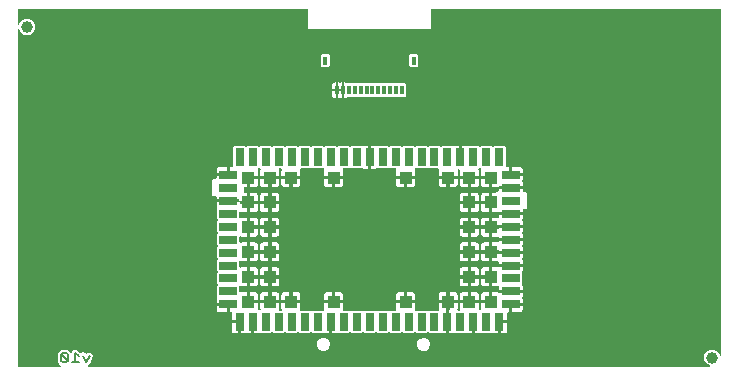
<source format=gbl>
G04 EAGLE Gerber RS-274X export*
G75*
%MOMM*%
%FSLAX34Y34*%
%LPD*%
%INBottom Copper*%
%IPPOS*%
%AMOC8*
5,1,8,0,0,1.08239X$1,22.5*%
G01*
%ADD10C,0.203200*%
%ADD11C,1.000000*%
%ADD12R,0.300000X0.800000*%
%ADD13R,0.400000X0.800000*%
%ADD14R,0.800000X1.500000*%
%ADD15R,1.500000X0.800000*%
%ADD16R,1.100000X1.100000*%

G36*
X38427Y2040D02*
X38427Y2040D01*
X38498Y2042D01*
X38547Y2060D01*
X38599Y2068D01*
X38662Y2102D01*
X38729Y2127D01*
X38770Y2159D01*
X38816Y2184D01*
X38866Y2236D01*
X38922Y2280D01*
X38950Y2324D01*
X38986Y2362D01*
X39016Y2427D01*
X39055Y2487D01*
X39067Y2538D01*
X39089Y2585D01*
X39097Y2656D01*
X39115Y2726D01*
X39111Y2778D01*
X39116Y2829D01*
X39101Y2900D01*
X39095Y2971D01*
X39075Y3019D01*
X39064Y3070D01*
X39027Y3131D01*
X38999Y3197D01*
X38954Y3253D01*
X38938Y3281D01*
X38920Y3296D01*
X38894Y3328D01*
X37221Y5001D01*
X36088Y6134D01*
X36088Y13873D01*
X37948Y15733D01*
X39081Y16866D01*
X44108Y16866D01*
X45968Y15006D01*
X46856Y14118D01*
X46914Y14076D01*
X46966Y14027D01*
X47013Y14005D01*
X47055Y13975D01*
X47124Y13954D01*
X47189Y13923D01*
X47241Y13918D01*
X47291Y13902D01*
X47362Y13904D01*
X47433Y13896D01*
X47484Y13907D01*
X47536Y13909D01*
X47604Y13933D01*
X47674Y13948D01*
X47718Y13975D01*
X47767Y13993D01*
X47823Y14038D01*
X47885Y14075D01*
X47919Y14114D01*
X47959Y14147D01*
X47998Y14207D01*
X48045Y14262D01*
X48064Y14310D01*
X48092Y14354D01*
X48110Y14423D01*
X48137Y14490D01*
X48145Y14561D01*
X48153Y14592D01*
X48151Y14616D01*
X48155Y14656D01*
X48155Y15229D01*
X49792Y16866D01*
X52108Y16866D01*
X53968Y15006D01*
X55136Y13837D01*
X55153Y13825D01*
X55166Y13809D01*
X55253Y13753D01*
X55336Y13694D01*
X55356Y13687D01*
X55374Y13676D01*
X55473Y13651D01*
X55571Y13621D01*
X55592Y13622D01*
X55612Y13617D01*
X55714Y13625D01*
X55817Y13628D01*
X55837Y13635D01*
X55857Y13637D01*
X56015Y13695D01*
X57379Y14377D01*
X59575Y13645D01*
X59624Y13547D01*
X59635Y13533D01*
X59641Y13516D01*
X59707Y13433D01*
X59768Y13348D01*
X59783Y13337D01*
X59794Y13323D01*
X59883Y13266D01*
X59968Y13205D01*
X59986Y13199D01*
X60000Y13190D01*
X60103Y13164D01*
X60204Y13133D01*
X60222Y13133D01*
X60239Y13129D01*
X60344Y13137D01*
X60450Y13140D01*
X60466Y13146D01*
X60484Y13147D01*
X60581Y13189D01*
X60680Y13225D01*
X60694Y13236D01*
X60711Y13243D01*
X60790Y13313D01*
X60872Y13379D01*
X60882Y13394D01*
X60895Y13406D01*
X60986Y13547D01*
X61035Y13645D01*
X63231Y14377D01*
X65302Y13341D01*
X66034Y11145D01*
X62918Y4912D01*
X62908Y4881D01*
X62877Y4813D01*
X62588Y3947D01*
X62585Y3944D01*
X62550Y3930D01*
X62486Y3873D01*
X62416Y3822D01*
X62394Y3792D01*
X62366Y3767D01*
X62292Y3652D01*
X61871Y3512D01*
X61870Y3512D01*
X61869Y3511D01*
X61767Y3457D01*
X61654Y3398D01*
X61653Y3397D01*
X61652Y3396D01*
X61572Y3312D01*
X61484Y3220D01*
X61483Y3219D01*
X61483Y3218D01*
X61432Y3109D01*
X61379Y2997D01*
X61379Y2996D01*
X61379Y2995D01*
X61366Y2877D01*
X61352Y2753D01*
X61352Y2752D01*
X61352Y2751D01*
X61377Y2634D01*
X61403Y2512D01*
X61404Y2511D01*
X61404Y2510D01*
X61467Y2405D01*
X61529Y2301D01*
X61530Y2300D01*
X61530Y2299D01*
X61625Y2218D01*
X61715Y2140D01*
X61716Y2140D01*
X61717Y2139D01*
X61832Y2093D01*
X61943Y2048D01*
X61944Y2048D01*
X61945Y2047D01*
X62112Y2029D01*
X587704Y2029D01*
X587800Y2044D01*
X587897Y2054D01*
X587921Y2064D01*
X587946Y2068D01*
X588032Y2114D01*
X588121Y2154D01*
X588141Y2171D01*
X588164Y2184D01*
X588231Y2254D01*
X588303Y2320D01*
X588315Y2343D01*
X588333Y2362D01*
X588374Y2450D01*
X588421Y2536D01*
X588426Y2561D01*
X588437Y2585D01*
X588447Y2682D01*
X588465Y2778D01*
X588461Y2804D01*
X588464Y2829D01*
X588443Y2925D01*
X588429Y3021D01*
X588417Y3044D01*
X588412Y3070D01*
X588362Y3153D01*
X588318Y3240D01*
X588299Y3259D01*
X588285Y3281D01*
X588212Y3344D01*
X588142Y3412D01*
X588113Y3428D01*
X588099Y3441D01*
X588068Y3453D01*
X587995Y3493D01*
X586160Y4253D01*
X584253Y6160D01*
X583221Y8652D01*
X583221Y11348D01*
X584253Y13840D01*
X586160Y15747D01*
X588652Y16779D01*
X591348Y16779D01*
X593840Y15747D01*
X595747Y13840D01*
X596507Y12005D01*
X596558Y11922D01*
X596604Y11836D01*
X596622Y11818D01*
X596636Y11796D01*
X596712Y11734D01*
X596782Y11667D01*
X596806Y11656D01*
X596826Y11639D01*
X596917Y11604D01*
X597005Y11563D01*
X597031Y11560D01*
X597055Y11551D01*
X597153Y11547D01*
X597249Y11536D01*
X597275Y11542D01*
X597301Y11541D01*
X597395Y11568D01*
X597490Y11588D01*
X597512Y11602D01*
X597537Y11609D01*
X597617Y11665D01*
X597701Y11715D01*
X597718Y11734D01*
X597739Y11749D01*
X597798Y11828D01*
X597861Y11901D01*
X597871Y11926D01*
X597886Y11947D01*
X597916Y12039D01*
X597953Y12130D01*
X597956Y12162D01*
X597962Y12181D01*
X597962Y12214D01*
X597971Y12296D01*
X597971Y304210D01*
X597968Y304230D01*
X597970Y304249D01*
X597948Y304351D01*
X597932Y304453D01*
X597922Y304470D01*
X597918Y304490D01*
X597865Y304579D01*
X597816Y304670D01*
X597802Y304684D01*
X597792Y304701D01*
X597713Y304768D01*
X597638Y304840D01*
X597620Y304848D01*
X597605Y304861D01*
X597509Y304900D01*
X597415Y304943D01*
X597395Y304945D01*
X597377Y304953D01*
X597210Y304971D01*
X352790Y304971D01*
X352770Y304968D01*
X352751Y304970D01*
X352649Y304948D01*
X352547Y304932D01*
X352530Y304922D01*
X352510Y304918D01*
X352421Y304865D01*
X352330Y304816D01*
X352316Y304802D01*
X352299Y304792D01*
X352232Y304713D01*
X352160Y304638D01*
X352152Y304620D01*
X352139Y304605D01*
X352100Y304509D01*
X352057Y304415D01*
X352055Y304395D01*
X352047Y304377D01*
X352029Y304210D01*
X352029Y289160D01*
X350840Y287971D01*
X249160Y287971D01*
X247971Y289160D01*
X247971Y304210D01*
X247968Y304230D01*
X247970Y304249D01*
X247948Y304351D01*
X247932Y304453D01*
X247922Y304470D01*
X247918Y304490D01*
X247865Y304579D01*
X247816Y304670D01*
X247802Y304684D01*
X247792Y304701D01*
X247713Y304768D01*
X247638Y304840D01*
X247620Y304848D01*
X247605Y304861D01*
X247509Y304900D01*
X247415Y304943D01*
X247395Y304945D01*
X247377Y304953D01*
X247210Y304971D01*
X2790Y304971D01*
X2770Y304968D01*
X2751Y304970D01*
X2649Y304948D01*
X2547Y304932D01*
X2530Y304922D01*
X2510Y304918D01*
X2421Y304865D01*
X2330Y304816D01*
X2316Y304802D01*
X2299Y304792D01*
X2232Y304713D01*
X2160Y304638D01*
X2152Y304620D01*
X2139Y304605D01*
X2100Y304509D01*
X2057Y304415D01*
X2055Y304395D01*
X2047Y304377D01*
X2029Y304210D01*
X2029Y292296D01*
X2044Y292200D01*
X2054Y292103D01*
X2064Y292079D01*
X2068Y292054D01*
X2114Y291968D01*
X2154Y291879D01*
X2171Y291859D01*
X2184Y291836D01*
X2254Y291769D01*
X2320Y291697D01*
X2343Y291685D01*
X2362Y291667D01*
X2450Y291626D01*
X2536Y291579D01*
X2561Y291574D01*
X2585Y291563D01*
X2682Y291553D01*
X2778Y291535D01*
X2804Y291539D01*
X2829Y291536D01*
X2925Y291557D01*
X3021Y291571D01*
X3044Y291583D01*
X3070Y291588D01*
X3153Y291638D01*
X3240Y291682D01*
X3259Y291701D01*
X3281Y291715D01*
X3344Y291788D01*
X3412Y291858D01*
X3428Y291887D01*
X3441Y291901D01*
X3453Y291932D01*
X3493Y292005D01*
X4253Y293840D01*
X6160Y295747D01*
X8652Y296779D01*
X11348Y296779D01*
X13840Y295747D01*
X15747Y293840D01*
X16779Y291348D01*
X16779Y288652D01*
X15747Y286160D01*
X13840Y284253D01*
X11348Y283221D01*
X8652Y283221D01*
X6160Y284253D01*
X4253Y286160D01*
X3493Y287995D01*
X3442Y288078D01*
X3396Y288164D01*
X3378Y288182D01*
X3364Y288204D01*
X3288Y288266D01*
X3218Y288333D01*
X3194Y288344D01*
X3174Y288361D01*
X3083Y288396D01*
X2995Y288437D01*
X2969Y288440D01*
X2945Y288449D01*
X2847Y288453D01*
X2751Y288464D01*
X2725Y288458D01*
X2699Y288459D01*
X2605Y288432D01*
X2510Y288412D01*
X2488Y288398D01*
X2463Y288391D01*
X2383Y288335D01*
X2299Y288285D01*
X2282Y288266D01*
X2261Y288251D01*
X2202Y288172D01*
X2139Y288099D01*
X2129Y288074D01*
X2114Y288053D01*
X2084Y287961D01*
X2047Y287870D01*
X2044Y287838D01*
X2038Y287819D01*
X2038Y287786D01*
X2029Y287704D01*
X2029Y2790D01*
X2032Y2770D01*
X2030Y2751D01*
X2052Y2649D01*
X2068Y2547D01*
X2078Y2530D01*
X2082Y2510D01*
X2135Y2421D01*
X2184Y2330D01*
X2198Y2316D01*
X2208Y2299D01*
X2287Y2232D01*
X2362Y2160D01*
X2380Y2152D01*
X2395Y2139D01*
X2491Y2100D01*
X2585Y2057D01*
X2605Y2055D01*
X2623Y2047D01*
X2790Y2029D01*
X38356Y2029D01*
X38427Y2040D01*
G37*
%LPC*%
G36*
X191523Y30459D02*
X191523Y30459D01*
X191523Y39738D01*
X191520Y39758D01*
X191522Y39777D01*
X191500Y39879D01*
X191483Y39981D01*
X191474Y39998D01*
X191470Y40018D01*
X191417Y40107D01*
X191368Y40198D01*
X191354Y40212D01*
X191344Y40229D01*
X191265Y40296D01*
X191190Y40367D01*
X191172Y40376D01*
X191157Y40389D01*
X191061Y40428D01*
X190967Y40471D01*
X190947Y40473D01*
X190929Y40481D01*
X190762Y40499D01*
X189999Y40499D01*
X189999Y41262D01*
X189996Y41282D01*
X189998Y41301D01*
X189976Y41403D01*
X189959Y41505D01*
X189950Y41522D01*
X189946Y41542D01*
X189893Y41631D01*
X189844Y41722D01*
X189830Y41736D01*
X189820Y41753D01*
X189741Y41820D01*
X189666Y41891D01*
X189648Y41900D01*
X189633Y41913D01*
X189537Y41952D01*
X189443Y41995D01*
X189423Y41997D01*
X189405Y42005D01*
X189238Y42023D01*
X183459Y42023D01*
X183459Y47698D01*
X183456Y47718D01*
X183458Y47737D01*
X183436Y47839D01*
X183420Y47941D01*
X183410Y47958D01*
X183406Y47978D01*
X183353Y48067D01*
X183304Y48158D01*
X183290Y48172D01*
X183280Y48189D01*
X183201Y48256D01*
X183126Y48328D01*
X183108Y48336D01*
X183093Y48349D01*
X182997Y48388D01*
X182903Y48431D01*
X182883Y48433D01*
X182865Y48441D01*
X182698Y48459D01*
X182023Y48459D01*
X182023Y54238D01*
X182020Y54258D01*
X182022Y54277D01*
X182000Y54379D01*
X181983Y54481D01*
X181974Y54498D01*
X181970Y54518D01*
X181917Y54607D01*
X181868Y54698D01*
X181854Y54712D01*
X181844Y54729D01*
X181765Y54796D01*
X181690Y54867D01*
X181672Y54876D01*
X181657Y54889D01*
X181561Y54928D01*
X181467Y54971D01*
X181447Y54973D01*
X181429Y54981D01*
X181262Y54999D01*
X180499Y54999D01*
X180499Y55762D01*
X180496Y55782D01*
X180498Y55801D01*
X180476Y55903D01*
X180459Y56005D01*
X180450Y56022D01*
X180446Y56042D01*
X180393Y56131D01*
X180344Y56222D01*
X180330Y56236D01*
X180320Y56253D01*
X180241Y56320D01*
X180166Y56391D01*
X180148Y56400D01*
X180133Y56413D01*
X180037Y56452D01*
X179943Y56495D01*
X179923Y56497D01*
X179905Y56505D01*
X179738Y56523D01*
X170459Y56523D01*
X170459Y59334D01*
X170632Y59981D01*
X170967Y60560D01*
X170998Y60591D01*
X171051Y60665D01*
X171111Y60735D01*
X171123Y60765D01*
X171142Y60791D01*
X171169Y60878D01*
X171203Y60963D01*
X171207Y61004D01*
X171214Y61026D01*
X171213Y61058D01*
X171221Y61130D01*
X171221Y70737D01*
X171240Y70755D01*
X171293Y70829D01*
X171352Y70899D01*
X171364Y70929D01*
X171383Y70955D01*
X171410Y71042D01*
X171419Y71063D01*
X171434Y71097D01*
X171435Y71105D01*
X171444Y71127D01*
X171449Y71168D01*
X171456Y71190D01*
X171455Y71222D01*
X171463Y71293D01*
X171463Y71707D01*
X171448Y71797D01*
X171441Y71888D01*
X171428Y71917D01*
X171423Y71949D01*
X171380Y72030D01*
X171344Y72114D01*
X171319Y72146D01*
X171308Y72167D01*
X171284Y72189D01*
X171240Y72245D01*
X171221Y72263D01*
X171221Y81737D01*
X171240Y81755D01*
X171293Y81829D01*
X171352Y81899D01*
X171364Y81929D01*
X171383Y81955D01*
X171410Y82042D01*
X171444Y82127D01*
X171449Y82168D01*
X171456Y82190D01*
X171455Y82222D01*
X171463Y82293D01*
X171463Y82707D01*
X171448Y82797D01*
X171441Y82888D01*
X171428Y82917D01*
X171423Y82949D01*
X171380Y83030D01*
X171344Y83114D01*
X171319Y83146D01*
X171308Y83167D01*
X171284Y83189D01*
X171276Y83199D01*
X171268Y83212D01*
X171260Y83219D01*
X171240Y83245D01*
X171221Y83263D01*
X171221Y92737D01*
X171240Y92755D01*
X171293Y92829D01*
X171352Y92899D01*
X171364Y92929D01*
X171383Y92955D01*
X171410Y93042D01*
X171444Y93127D01*
X171449Y93168D01*
X171456Y93190D01*
X171455Y93222D01*
X171463Y93293D01*
X171463Y93707D01*
X171448Y93797D01*
X171441Y93888D01*
X171428Y93917D01*
X171423Y93949D01*
X171380Y94030D01*
X171344Y94114D01*
X171319Y94146D01*
X171308Y94167D01*
X171284Y94189D01*
X171240Y94245D01*
X171221Y94263D01*
X171221Y103737D01*
X171240Y103755D01*
X171293Y103829D01*
X171352Y103899D01*
X171364Y103929D01*
X171383Y103955D01*
X171410Y104042D01*
X171444Y104127D01*
X171449Y104168D01*
X171456Y104190D01*
X171455Y104222D01*
X171463Y104293D01*
X171463Y104707D01*
X171448Y104797D01*
X171441Y104888D01*
X171428Y104917D01*
X171423Y104949D01*
X171380Y105030D01*
X171344Y105114D01*
X171319Y105146D01*
X171308Y105167D01*
X171284Y105189D01*
X171240Y105245D01*
X171221Y105263D01*
X171221Y114737D01*
X171240Y114755D01*
X171293Y114829D01*
X171352Y114899D01*
X171364Y114929D01*
X171383Y114955D01*
X171410Y115042D01*
X171444Y115127D01*
X171449Y115168D01*
X171456Y115190D01*
X171455Y115222D01*
X171463Y115293D01*
X171463Y115707D01*
X171448Y115797D01*
X171441Y115888D01*
X171428Y115917D01*
X171423Y115949D01*
X171380Y116030D01*
X171344Y116114D01*
X171319Y116146D01*
X171308Y116167D01*
X171284Y116189D01*
X171240Y116245D01*
X171221Y116263D01*
X171221Y125737D01*
X171240Y125755D01*
X171293Y125829D01*
X171352Y125899D01*
X171364Y125929D01*
X171383Y125955D01*
X171410Y126042D01*
X171444Y126127D01*
X171449Y126168D01*
X171456Y126190D01*
X171455Y126222D01*
X171463Y126293D01*
X171463Y126707D01*
X171448Y126797D01*
X171441Y126888D01*
X171428Y126917D01*
X171423Y126949D01*
X171380Y127030D01*
X171344Y127114D01*
X171319Y127146D01*
X171308Y127167D01*
X171284Y127189D01*
X171240Y127245D01*
X171221Y127263D01*
X171221Y136870D01*
X171207Y136960D01*
X171199Y137051D01*
X171187Y137081D01*
X171182Y137113D01*
X171139Y137194D01*
X171103Y137278D01*
X171077Y137310D01*
X171066Y137330D01*
X171043Y137353D01*
X170998Y137409D01*
X170967Y137440D01*
X170632Y138019D01*
X170459Y138666D01*
X170459Y141477D01*
X179738Y141477D01*
X179758Y141480D01*
X179777Y141478D01*
X179879Y141500D01*
X179981Y141517D01*
X179998Y141526D01*
X180018Y141530D01*
X180107Y141583D01*
X180198Y141632D01*
X180212Y141646D01*
X180229Y141656D01*
X180296Y141735D01*
X180367Y141810D01*
X180376Y141828D01*
X180389Y141843D01*
X180428Y141939D01*
X180471Y142033D01*
X180473Y142053D01*
X180481Y142071D01*
X180499Y142238D01*
X180499Y143762D01*
X180496Y143782D01*
X180498Y143801D01*
X180476Y143903D01*
X180459Y144005D01*
X180450Y144022D01*
X180446Y144042D01*
X180393Y144131D01*
X180344Y144222D01*
X180330Y144236D01*
X180320Y144253D01*
X180241Y144320D01*
X180166Y144391D01*
X180148Y144400D01*
X180133Y144413D01*
X180037Y144452D01*
X179943Y144495D01*
X179923Y144497D01*
X179905Y144505D01*
X179738Y144523D01*
X170459Y144523D01*
X170459Y145714D01*
X170456Y145734D01*
X170458Y145753D01*
X170436Y145855D01*
X170420Y145957D01*
X170410Y145974D01*
X170406Y145994D01*
X170353Y146083D01*
X170304Y146174D01*
X170290Y146188D01*
X170280Y146205D01*
X170201Y146272D01*
X170126Y146344D01*
X170108Y146352D01*
X170093Y146365D01*
X169997Y146404D01*
X169903Y146447D01*
X169883Y146449D01*
X169865Y146457D01*
X169698Y146475D01*
X167368Y146475D01*
X166475Y147368D01*
X166475Y160632D01*
X167368Y161525D01*
X169698Y161525D01*
X169718Y161528D01*
X169737Y161526D01*
X169839Y161548D01*
X169941Y161564D01*
X169958Y161574D01*
X169978Y161578D01*
X170067Y161631D01*
X170158Y161680D01*
X170172Y161694D01*
X170189Y161704D01*
X170256Y161783D01*
X170328Y161858D01*
X170336Y161876D01*
X170349Y161891D01*
X170388Y161987D01*
X170431Y162081D01*
X170433Y162101D01*
X170441Y162119D01*
X170459Y162286D01*
X170459Y163477D01*
X179738Y163477D01*
X179758Y163480D01*
X179777Y163478D01*
X179879Y163500D01*
X179981Y163517D01*
X179998Y163526D01*
X180018Y163530D01*
X180107Y163583D01*
X180198Y163632D01*
X180212Y163646D01*
X180229Y163656D01*
X180296Y163735D01*
X180367Y163810D01*
X180376Y163828D01*
X180389Y163843D01*
X180428Y163939D01*
X180471Y164033D01*
X180473Y164053D01*
X180481Y164071D01*
X180499Y164238D01*
X180499Y165001D01*
X181262Y165001D01*
X181282Y165004D01*
X181301Y165002D01*
X181403Y165024D01*
X181505Y165041D01*
X181522Y165050D01*
X181542Y165054D01*
X181631Y165107D01*
X181722Y165156D01*
X181736Y165170D01*
X181753Y165180D01*
X181820Y165259D01*
X181891Y165334D01*
X181900Y165352D01*
X181913Y165367D01*
X181952Y165463D01*
X181995Y165557D01*
X181997Y165577D01*
X182005Y165595D01*
X182023Y165762D01*
X182023Y171541D01*
X183460Y171541D01*
X183480Y171544D01*
X183499Y171542D01*
X183601Y171564D01*
X183703Y171580D01*
X183720Y171590D01*
X183740Y171594D01*
X183829Y171647D01*
X183920Y171696D01*
X183934Y171710D01*
X183951Y171720D01*
X184018Y171799D01*
X184090Y171874D01*
X184098Y171892D01*
X184111Y171907D01*
X184150Y172003D01*
X184193Y172097D01*
X184195Y172117D01*
X184203Y172135D01*
X184221Y172302D01*
X184221Y187737D01*
X185263Y188779D01*
X194737Y188779D01*
X194755Y188760D01*
X194829Y188707D01*
X194898Y188648D01*
X194929Y188636D01*
X194955Y188617D01*
X195042Y188590D01*
X195127Y188556D01*
X195168Y188551D01*
X195190Y188545D01*
X195222Y188545D01*
X195293Y188537D01*
X195707Y188537D01*
X195797Y188552D01*
X195888Y188559D01*
X195917Y188572D01*
X195949Y188577D01*
X196030Y188620D01*
X196114Y188656D01*
X196146Y188681D01*
X196167Y188692D01*
X196189Y188716D01*
X196245Y188760D01*
X196263Y188779D01*
X205737Y188779D01*
X205755Y188760D01*
X205829Y188707D01*
X205898Y188648D01*
X205929Y188636D01*
X205955Y188617D01*
X206042Y188590D01*
X206127Y188556D01*
X206168Y188551D01*
X206190Y188545D01*
X206222Y188545D01*
X206293Y188537D01*
X206707Y188537D01*
X206797Y188552D01*
X206888Y188559D01*
X206917Y188572D01*
X206949Y188577D01*
X207030Y188620D01*
X207114Y188656D01*
X207146Y188681D01*
X207167Y188692D01*
X207189Y188716D01*
X207245Y188760D01*
X207263Y188779D01*
X216737Y188779D01*
X216755Y188760D01*
X216829Y188707D01*
X216898Y188648D01*
X216929Y188636D01*
X216955Y188617D01*
X217042Y188590D01*
X217127Y188556D01*
X217168Y188551D01*
X217190Y188545D01*
X217222Y188545D01*
X217293Y188537D01*
X217707Y188537D01*
X217797Y188552D01*
X217888Y188559D01*
X217917Y188572D01*
X217949Y188577D01*
X218030Y188620D01*
X218114Y188656D01*
X218146Y188681D01*
X218167Y188692D01*
X218189Y188716D01*
X218245Y188760D01*
X218263Y188779D01*
X227737Y188779D01*
X227755Y188760D01*
X227829Y188707D01*
X227898Y188648D01*
X227929Y188636D01*
X227955Y188617D01*
X228042Y188590D01*
X228127Y188556D01*
X228168Y188551D01*
X228190Y188545D01*
X228222Y188545D01*
X228293Y188537D01*
X228707Y188537D01*
X228797Y188552D01*
X228888Y188559D01*
X228917Y188572D01*
X228949Y188577D01*
X229030Y188620D01*
X229114Y188656D01*
X229146Y188681D01*
X229167Y188692D01*
X229189Y188716D01*
X229245Y188760D01*
X229263Y188779D01*
X238737Y188779D01*
X238755Y188760D01*
X238829Y188707D01*
X238898Y188648D01*
X238929Y188636D01*
X238955Y188617D01*
X239042Y188590D01*
X239127Y188556D01*
X239168Y188551D01*
X239190Y188545D01*
X239222Y188545D01*
X239293Y188537D01*
X239707Y188537D01*
X239797Y188552D01*
X239888Y188559D01*
X239917Y188572D01*
X239949Y188577D01*
X240030Y188620D01*
X240114Y188656D01*
X240146Y188681D01*
X240167Y188692D01*
X240189Y188716D01*
X240245Y188760D01*
X240263Y188779D01*
X249737Y188779D01*
X249755Y188760D01*
X249829Y188707D01*
X249898Y188648D01*
X249929Y188636D01*
X249955Y188617D01*
X250042Y188590D01*
X250127Y188556D01*
X250168Y188551D01*
X250190Y188545D01*
X250222Y188545D01*
X250293Y188537D01*
X250707Y188537D01*
X250797Y188552D01*
X250888Y188559D01*
X250917Y188572D01*
X250949Y188577D01*
X251030Y188620D01*
X251114Y188656D01*
X251146Y188681D01*
X251167Y188692D01*
X251189Y188716D01*
X251245Y188760D01*
X251263Y188779D01*
X260737Y188779D01*
X260755Y188760D01*
X260829Y188707D01*
X260898Y188648D01*
X260929Y188636D01*
X260955Y188617D01*
X261042Y188590D01*
X261127Y188556D01*
X261168Y188551D01*
X261190Y188545D01*
X261222Y188545D01*
X261293Y188537D01*
X261707Y188537D01*
X261797Y188552D01*
X261888Y188559D01*
X261917Y188572D01*
X261949Y188577D01*
X262030Y188620D01*
X262114Y188656D01*
X262146Y188681D01*
X262167Y188692D01*
X262189Y188716D01*
X262245Y188760D01*
X262263Y188779D01*
X271737Y188779D01*
X271755Y188760D01*
X271829Y188707D01*
X271898Y188648D01*
X271929Y188636D01*
X271955Y188617D01*
X272042Y188590D01*
X272127Y188556D01*
X272168Y188551D01*
X272190Y188545D01*
X272222Y188545D01*
X272293Y188537D01*
X272707Y188537D01*
X272797Y188552D01*
X272888Y188559D01*
X272917Y188572D01*
X272949Y188577D01*
X273030Y188620D01*
X273114Y188656D01*
X273146Y188681D01*
X273167Y188692D01*
X273189Y188716D01*
X273245Y188760D01*
X273263Y188779D01*
X282737Y188779D01*
X282755Y188760D01*
X282829Y188707D01*
X282898Y188648D01*
X282929Y188636D01*
X282955Y188617D01*
X283042Y188590D01*
X283127Y188556D01*
X283168Y188551D01*
X283190Y188545D01*
X283222Y188545D01*
X283293Y188537D01*
X283707Y188537D01*
X283797Y188552D01*
X283888Y188559D01*
X283917Y188572D01*
X283949Y188577D01*
X284030Y188620D01*
X284114Y188656D01*
X284146Y188681D01*
X284167Y188692D01*
X284189Y188716D01*
X284245Y188760D01*
X284263Y188779D01*
X293870Y188779D01*
X293960Y188793D01*
X294051Y188801D01*
X294081Y188813D01*
X294113Y188818D01*
X294194Y188861D01*
X294278Y188897D01*
X294310Y188923D01*
X294330Y188934D01*
X294353Y188957D01*
X294409Y189002D01*
X294440Y189033D01*
X295019Y189368D01*
X295666Y189541D01*
X298477Y189541D01*
X298477Y180262D01*
X298480Y180242D01*
X298478Y180223D01*
X298500Y180121D01*
X298517Y180019D01*
X298526Y180002D01*
X298530Y179982D01*
X298583Y179893D01*
X298632Y179802D01*
X298646Y179788D01*
X298656Y179771D01*
X298735Y179704D01*
X298810Y179633D01*
X298828Y179624D01*
X298843Y179611D01*
X298939Y179572D01*
X299033Y179529D01*
X299053Y179527D01*
X299071Y179519D01*
X299238Y179501D01*
X300762Y179501D01*
X300782Y179504D01*
X300801Y179502D01*
X300903Y179524D01*
X301005Y179541D01*
X301022Y179550D01*
X301042Y179554D01*
X301131Y179607D01*
X301222Y179656D01*
X301236Y179670D01*
X301253Y179680D01*
X301320Y179759D01*
X301391Y179834D01*
X301400Y179852D01*
X301413Y179867D01*
X301452Y179963D01*
X301495Y180057D01*
X301497Y180077D01*
X301505Y180095D01*
X301523Y180262D01*
X301523Y189541D01*
X304334Y189541D01*
X304981Y189368D01*
X305560Y189033D01*
X305591Y189002D01*
X305665Y188949D01*
X305735Y188889D01*
X305765Y188877D01*
X305791Y188858D01*
X305878Y188831D01*
X305963Y188797D01*
X306004Y188793D01*
X306026Y188786D01*
X306058Y188787D01*
X306130Y188779D01*
X315737Y188779D01*
X315755Y188760D01*
X315829Y188707D01*
X315898Y188648D01*
X315929Y188636D01*
X315955Y188617D01*
X316042Y188590D01*
X316127Y188556D01*
X316168Y188551D01*
X316190Y188545D01*
X316222Y188545D01*
X316293Y188537D01*
X316707Y188537D01*
X316797Y188552D01*
X316888Y188559D01*
X316917Y188572D01*
X316949Y188577D01*
X317030Y188620D01*
X317114Y188656D01*
X317146Y188681D01*
X317167Y188692D01*
X317189Y188716D01*
X317245Y188760D01*
X317263Y188779D01*
X326737Y188779D01*
X326755Y188760D01*
X326829Y188707D01*
X326898Y188648D01*
X326929Y188636D01*
X326955Y188617D01*
X327042Y188590D01*
X327127Y188556D01*
X327168Y188551D01*
X327190Y188545D01*
X327222Y188545D01*
X327293Y188537D01*
X327707Y188537D01*
X327797Y188552D01*
X327888Y188559D01*
X327917Y188572D01*
X327949Y188577D01*
X328030Y188620D01*
X328114Y188656D01*
X328146Y188681D01*
X328167Y188692D01*
X328189Y188716D01*
X328245Y188760D01*
X328263Y188779D01*
X337737Y188779D01*
X337755Y188760D01*
X337829Y188707D01*
X337898Y188648D01*
X337929Y188636D01*
X337955Y188617D01*
X338042Y188590D01*
X338127Y188556D01*
X338168Y188551D01*
X338190Y188545D01*
X338222Y188545D01*
X338293Y188537D01*
X338707Y188537D01*
X338797Y188552D01*
X338888Y188559D01*
X338917Y188572D01*
X338949Y188577D01*
X339030Y188620D01*
X339114Y188656D01*
X339146Y188681D01*
X339167Y188692D01*
X339189Y188716D01*
X339245Y188760D01*
X339263Y188779D01*
X348737Y188779D01*
X348755Y188760D01*
X348829Y188707D01*
X348898Y188648D01*
X348929Y188636D01*
X348955Y188617D01*
X349042Y188590D01*
X349127Y188556D01*
X349168Y188551D01*
X349190Y188545D01*
X349222Y188545D01*
X349293Y188537D01*
X349707Y188537D01*
X349797Y188552D01*
X349888Y188559D01*
X349917Y188572D01*
X349949Y188577D01*
X350030Y188620D01*
X350114Y188656D01*
X350146Y188681D01*
X350167Y188692D01*
X350189Y188716D01*
X350245Y188760D01*
X350263Y188779D01*
X359737Y188779D01*
X359755Y188760D01*
X359829Y188707D01*
X359899Y188648D01*
X359929Y188636D01*
X359955Y188617D01*
X360042Y188590D01*
X360127Y188556D01*
X360168Y188551D01*
X360190Y188545D01*
X360222Y188545D01*
X360293Y188537D01*
X360707Y188537D01*
X360797Y188552D01*
X360888Y188559D01*
X360917Y188572D01*
X360949Y188577D01*
X361030Y188620D01*
X361114Y188656D01*
X361146Y188681D01*
X361167Y188692D01*
X361189Y188716D01*
X361245Y188760D01*
X361263Y188779D01*
X370870Y188779D01*
X370960Y188793D01*
X371051Y188801D01*
X371081Y188813D01*
X371113Y188818D01*
X371194Y188861D01*
X371278Y188897D01*
X371310Y188923D01*
X371330Y188934D01*
X371353Y188957D01*
X371409Y189002D01*
X371440Y189033D01*
X372019Y189368D01*
X372666Y189541D01*
X375477Y189541D01*
X375477Y180262D01*
X375480Y180242D01*
X375478Y180223D01*
X375500Y180121D01*
X375517Y180019D01*
X375526Y180002D01*
X375530Y179982D01*
X375583Y179893D01*
X375632Y179802D01*
X375646Y179788D01*
X375656Y179771D01*
X375735Y179704D01*
X375810Y179633D01*
X375828Y179624D01*
X375843Y179611D01*
X375939Y179572D01*
X376033Y179529D01*
X376053Y179527D01*
X376071Y179519D01*
X376238Y179501D01*
X377762Y179501D01*
X377782Y179504D01*
X377801Y179502D01*
X377903Y179524D01*
X378005Y179541D01*
X378022Y179550D01*
X378042Y179554D01*
X378131Y179607D01*
X378222Y179656D01*
X378236Y179670D01*
X378253Y179680D01*
X378320Y179759D01*
X378391Y179834D01*
X378400Y179852D01*
X378413Y179867D01*
X378452Y179963D01*
X378495Y180057D01*
X378497Y180077D01*
X378505Y180095D01*
X378523Y180262D01*
X378523Y189541D01*
X381334Y189541D01*
X381981Y189368D01*
X382560Y189033D01*
X382591Y189002D01*
X382665Y188949D01*
X382735Y188889D01*
X382765Y188877D01*
X382791Y188858D01*
X382878Y188831D01*
X382963Y188797D01*
X383004Y188793D01*
X383026Y188786D01*
X383058Y188787D01*
X383130Y188779D01*
X392737Y188779D01*
X392755Y188760D01*
X392829Y188707D01*
X392899Y188648D01*
X392929Y188636D01*
X392955Y188617D01*
X393042Y188590D01*
X393127Y188556D01*
X393168Y188551D01*
X393190Y188545D01*
X393222Y188545D01*
X393293Y188537D01*
X393707Y188537D01*
X393797Y188552D01*
X393888Y188559D01*
X393917Y188572D01*
X393949Y188577D01*
X394030Y188620D01*
X394114Y188656D01*
X394146Y188681D01*
X394167Y188692D01*
X394189Y188716D01*
X394245Y188760D01*
X394263Y188779D01*
X403737Y188779D01*
X403755Y188760D01*
X403829Y188707D01*
X403899Y188648D01*
X403929Y188636D01*
X403955Y188617D01*
X404042Y188590D01*
X404127Y188556D01*
X404168Y188551D01*
X404190Y188545D01*
X404222Y188545D01*
X404293Y188537D01*
X404707Y188537D01*
X404797Y188552D01*
X404888Y188559D01*
X404917Y188572D01*
X404949Y188577D01*
X405030Y188620D01*
X405114Y188656D01*
X405146Y188681D01*
X405167Y188692D01*
X405189Y188716D01*
X405245Y188760D01*
X405263Y188779D01*
X414737Y188779D01*
X415779Y187737D01*
X415779Y172302D01*
X415782Y172282D01*
X415780Y172263D01*
X415802Y172161D01*
X415818Y172059D01*
X415828Y172042D01*
X415832Y172022D01*
X415885Y171933D01*
X415934Y171842D01*
X415948Y171828D01*
X415958Y171811D01*
X416037Y171744D01*
X416112Y171672D01*
X416130Y171664D01*
X416145Y171651D01*
X416241Y171612D01*
X416335Y171569D01*
X416355Y171567D01*
X416373Y171559D01*
X416540Y171541D01*
X417977Y171541D01*
X417977Y165762D01*
X417980Y165742D01*
X417978Y165723D01*
X418000Y165621D01*
X418017Y165519D01*
X418026Y165502D01*
X418030Y165482D01*
X418083Y165393D01*
X418132Y165302D01*
X418146Y165288D01*
X418156Y165271D01*
X418235Y165204D01*
X418310Y165133D01*
X418328Y165124D01*
X418343Y165111D01*
X418439Y165072D01*
X418533Y165029D01*
X418553Y165027D01*
X418571Y165019D01*
X418738Y165001D01*
X419501Y165001D01*
X419501Y164238D01*
X419504Y164218D01*
X419502Y164199D01*
X419524Y164097D01*
X419541Y163995D01*
X419550Y163978D01*
X419554Y163958D01*
X419607Y163869D01*
X419656Y163778D01*
X419670Y163764D01*
X419680Y163747D01*
X419759Y163680D01*
X419834Y163609D01*
X419852Y163600D01*
X419867Y163587D01*
X419963Y163548D01*
X420057Y163505D01*
X420077Y163503D01*
X420095Y163495D01*
X420262Y163477D01*
X429541Y163477D01*
X429541Y160665D01*
X429368Y160019D01*
X429288Y159881D01*
X429264Y159817D01*
X429231Y159758D01*
X429220Y159703D01*
X429201Y159651D01*
X429198Y159583D01*
X429186Y159516D01*
X429194Y159461D01*
X429191Y159405D01*
X429211Y159340D01*
X429220Y159273D01*
X429252Y159200D01*
X429261Y159169D01*
X429273Y159152D01*
X429288Y159119D01*
X429368Y158981D01*
X429541Y158334D01*
X429541Y155523D01*
X420262Y155523D01*
X420242Y155520D01*
X420223Y155522D01*
X420121Y155500D01*
X420019Y155483D01*
X420002Y155474D01*
X419982Y155470D01*
X419893Y155417D01*
X419802Y155368D01*
X419788Y155354D01*
X419771Y155344D01*
X419704Y155265D01*
X419633Y155190D01*
X419624Y155172D01*
X419611Y155157D01*
X419572Y155061D01*
X419529Y154967D01*
X419527Y154947D01*
X419519Y154929D01*
X419501Y154762D01*
X419501Y153238D01*
X419504Y153218D01*
X419502Y153199D01*
X419524Y153097D01*
X419541Y152995D01*
X419550Y152978D01*
X419554Y152958D01*
X419607Y152869D01*
X419656Y152778D01*
X419670Y152764D01*
X419680Y152747D01*
X419759Y152680D01*
X419834Y152609D01*
X419852Y152600D01*
X419867Y152587D01*
X419963Y152548D01*
X420057Y152505D01*
X420077Y152503D01*
X420095Y152495D01*
X420262Y152477D01*
X429541Y152477D01*
X429541Y151286D01*
X429544Y151266D01*
X429542Y151247D01*
X429564Y151145D01*
X429580Y151043D01*
X429590Y151026D01*
X429594Y151006D01*
X429647Y150917D01*
X429696Y150826D01*
X429710Y150812D01*
X429720Y150795D01*
X429799Y150728D01*
X429874Y150656D01*
X429892Y150648D01*
X429907Y150635D01*
X430003Y150596D01*
X430097Y150553D01*
X430117Y150551D01*
X430135Y150543D01*
X430302Y150525D01*
X432632Y150525D01*
X433525Y149632D01*
X433525Y136368D01*
X432632Y135475D01*
X430302Y135475D01*
X430282Y135472D01*
X430263Y135474D01*
X430161Y135452D01*
X430059Y135436D01*
X430042Y135426D01*
X430022Y135422D01*
X429933Y135369D01*
X429842Y135320D01*
X429828Y135306D01*
X429811Y135296D01*
X429744Y135217D01*
X429672Y135142D01*
X429664Y135124D01*
X429651Y135109D01*
X429612Y135013D01*
X429569Y134919D01*
X429567Y134899D01*
X429559Y134881D01*
X429541Y134714D01*
X429541Y133523D01*
X420262Y133523D01*
X420242Y133520D01*
X420223Y133522D01*
X420121Y133500D01*
X420019Y133483D01*
X420002Y133474D01*
X419982Y133470D01*
X419893Y133417D01*
X419802Y133368D01*
X419788Y133354D01*
X419771Y133344D01*
X419704Y133265D01*
X419633Y133190D01*
X419624Y133172D01*
X419611Y133157D01*
X419572Y133061D01*
X419529Y132967D01*
X419527Y132947D01*
X419519Y132929D01*
X419501Y132762D01*
X419501Y131238D01*
X419504Y131218D01*
X419502Y131199D01*
X419524Y131097D01*
X419541Y130995D01*
X419550Y130978D01*
X419554Y130958D01*
X419607Y130869D01*
X419656Y130778D01*
X419670Y130764D01*
X419680Y130747D01*
X419759Y130680D01*
X419834Y130609D01*
X419852Y130600D01*
X419867Y130587D01*
X419963Y130548D01*
X420057Y130505D01*
X420077Y130503D01*
X420095Y130495D01*
X420262Y130477D01*
X429541Y130477D01*
X429541Y127665D01*
X429368Y127019D01*
X429288Y126881D01*
X429264Y126817D01*
X429231Y126758D01*
X429220Y126703D01*
X429201Y126651D01*
X429198Y126583D01*
X429186Y126517D01*
X429194Y126461D01*
X429191Y126405D01*
X429211Y126340D01*
X429220Y126273D01*
X429252Y126200D01*
X429261Y126169D01*
X429273Y126152D01*
X429287Y126119D01*
X429368Y125981D01*
X429541Y125334D01*
X429541Y122523D01*
X420262Y122523D01*
X420242Y122520D01*
X420223Y122522D01*
X420121Y122500D01*
X420019Y122483D01*
X420002Y122474D01*
X419982Y122470D01*
X419893Y122417D01*
X419802Y122368D01*
X419788Y122354D01*
X419771Y122344D01*
X419704Y122265D01*
X419633Y122190D01*
X419624Y122172D01*
X419611Y122157D01*
X419572Y122061D01*
X419529Y121967D01*
X419527Y121947D01*
X419519Y121929D01*
X419501Y121762D01*
X419501Y120238D01*
X419504Y120218D01*
X419502Y120199D01*
X419524Y120097D01*
X419541Y119995D01*
X419550Y119978D01*
X419554Y119958D01*
X419607Y119869D01*
X419656Y119778D01*
X419670Y119764D01*
X419680Y119747D01*
X419759Y119680D01*
X419834Y119609D01*
X419852Y119600D01*
X419867Y119587D01*
X419963Y119548D01*
X420057Y119505D01*
X420077Y119503D01*
X420095Y119495D01*
X420262Y119477D01*
X429541Y119477D01*
X429541Y116665D01*
X429368Y116019D01*
X429288Y115881D01*
X429264Y115817D01*
X429231Y115758D01*
X429220Y115703D01*
X429201Y115651D01*
X429198Y115583D01*
X429186Y115517D01*
X429194Y115461D01*
X429191Y115405D01*
X429211Y115340D01*
X429220Y115273D01*
X429252Y115200D01*
X429261Y115169D01*
X429273Y115152D01*
X429287Y115119D01*
X429368Y114981D01*
X429541Y114334D01*
X429541Y111523D01*
X420262Y111523D01*
X420242Y111520D01*
X420223Y111522D01*
X420121Y111500D01*
X420019Y111483D01*
X420002Y111474D01*
X419982Y111470D01*
X419893Y111417D01*
X419802Y111368D01*
X419788Y111354D01*
X419771Y111344D01*
X419704Y111265D01*
X419633Y111190D01*
X419624Y111172D01*
X419611Y111157D01*
X419572Y111061D01*
X419529Y110967D01*
X419527Y110947D01*
X419519Y110929D01*
X419501Y110762D01*
X419501Y109238D01*
X419504Y109218D01*
X419502Y109199D01*
X419524Y109097D01*
X419541Y108995D01*
X419550Y108978D01*
X419554Y108958D01*
X419607Y108869D01*
X419656Y108778D01*
X419670Y108764D01*
X419680Y108747D01*
X419759Y108680D01*
X419834Y108609D01*
X419852Y108600D01*
X419867Y108587D01*
X419963Y108548D01*
X420057Y108505D01*
X420077Y108503D01*
X420095Y108495D01*
X420262Y108477D01*
X429541Y108477D01*
X429541Y105665D01*
X429368Y105019D01*
X429288Y104881D01*
X429264Y104817D01*
X429231Y104758D01*
X429220Y104703D01*
X429201Y104651D01*
X429198Y104583D01*
X429186Y104517D01*
X429194Y104461D01*
X429191Y104405D01*
X429211Y104340D01*
X429220Y104273D01*
X429252Y104200D01*
X429261Y104169D01*
X429273Y104152D01*
X429287Y104119D01*
X429368Y103981D01*
X429541Y103334D01*
X429541Y100523D01*
X420262Y100523D01*
X420242Y100520D01*
X420223Y100522D01*
X420121Y100500D01*
X420019Y100483D01*
X420002Y100474D01*
X419982Y100470D01*
X419893Y100417D01*
X419802Y100368D01*
X419788Y100354D01*
X419771Y100344D01*
X419704Y100265D01*
X419633Y100190D01*
X419624Y100172D01*
X419611Y100157D01*
X419572Y100061D01*
X419529Y99967D01*
X419527Y99947D01*
X419519Y99929D01*
X419501Y99762D01*
X419501Y98238D01*
X419504Y98218D01*
X419502Y98199D01*
X419524Y98097D01*
X419541Y97995D01*
X419550Y97978D01*
X419554Y97958D01*
X419607Y97869D01*
X419656Y97778D01*
X419670Y97764D01*
X419680Y97747D01*
X419759Y97680D01*
X419834Y97609D01*
X419852Y97600D01*
X419867Y97587D01*
X419963Y97548D01*
X420057Y97505D01*
X420077Y97503D01*
X420095Y97495D01*
X420262Y97477D01*
X429541Y97477D01*
X429541Y94665D01*
X429368Y94019D01*
X429288Y93881D01*
X429264Y93817D01*
X429231Y93758D01*
X429220Y93703D01*
X429201Y93651D01*
X429198Y93583D01*
X429186Y93517D01*
X429194Y93461D01*
X429191Y93405D01*
X429211Y93340D01*
X429220Y93273D01*
X429252Y93200D01*
X429261Y93169D01*
X429273Y93152D01*
X429287Y93119D01*
X429368Y92981D01*
X429541Y92334D01*
X429541Y89523D01*
X420262Y89523D01*
X420242Y89520D01*
X420223Y89522D01*
X420121Y89500D01*
X420019Y89483D01*
X420002Y89474D01*
X419982Y89470D01*
X419893Y89417D01*
X419802Y89368D01*
X419788Y89354D01*
X419771Y89344D01*
X419704Y89265D01*
X419633Y89190D01*
X419624Y89172D01*
X419611Y89157D01*
X419572Y89061D01*
X419529Y88967D01*
X419527Y88947D01*
X419519Y88929D01*
X419501Y88762D01*
X419501Y87238D01*
X419504Y87218D01*
X419502Y87199D01*
X419524Y87097D01*
X419541Y86995D01*
X419550Y86978D01*
X419554Y86958D01*
X419607Y86869D01*
X419656Y86778D01*
X419670Y86764D01*
X419680Y86747D01*
X419759Y86680D01*
X419834Y86609D01*
X419852Y86600D01*
X419867Y86587D01*
X419963Y86548D01*
X420057Y86505D01*
X420077Y86503D01*
X420095Y86495D01*
X420262Y86477D01*
X429541Y86477D01*
X429541Y83665D01*
X429368Y83019D01*
X429033Y82440D01*
X429002Y82409D01*
X428949Y82335D01*
X428889Y82265D01*
X428877Y82235D01*
X428858Y82209D01*
X428831Y82122D01*
X428797Y82037D01*
X428793Y81996D01*
X428786Y81974D01*
X428787Y81942D01*
X428779Y81870D01*
X428779Y72130D01*
X428793Y72040D01*
X428801Y71949D01*
X428813Y71919D01*
X428818Y71887D01*
X428861Y71806D01*
X428897Y71722D01*
X428923Y71690D01*
X428934Y71670D01*
X428957Y71647D01*
X429002Y71591D01*
X429033Y71560D01*
X429368Y70981D01*
X429541Y70334D01*
X429541Y67523D01*
X420262Y67523D01*
X420242Y67520D01*
X420223Y67522D01*
X420121Y67500D01*
X420019Y67483D01*
X420002Y67474D01*
X419982Y67470D01*
X419893Y67417D01*
X419802Y67368D01*
X419788Y67354D01*
X419771Y67344D01*
X419704Y67265D01*
X419633Y67190D01*
X419624Y67172D01*
X419611Y67157D01*
X419572Y67061D01*
X419529Y66967D01*
X419527Y66947D01*
X419519Y66929D01*
X419501Y66762D01*
X419501Y65238D01*
X419504Y65218D01*
X419502Y65199D01*
X419524Y65097D01*
X419541Y64995D01*
X419550Y64978D01*
X419554Y64958D01*
X419607Y64869D01*
X419656Y64778D01*
X419670Y64764D01*
X419680Y64747D01*
X419759Y64680D01*
X419834Y64609D01*
X419852Y64600D01*
X419867Y64587D01*
X419963Y64548D01*
X420057Y64505D01*
X420077Y64503D01*
X420095Y64495D01*
X420262Y64477D01*
X429541Y64477D01*
X429541Y61665D01*
X429368Y61019D01*
X429288Y60881D01*
X429264Y60817D01*
X429231Y60758D01*
X429220Y60703D01*
X429201Y60651D01*
X429198Y60583D01*
X429186Y60516D01*
X429194Y60461D01*
X429191Y60405D01*
X429211Y60340D01*
X429220Y60273D01*
X429252Y60200D01*
X429261Y60169D01*
X429273Y60152D01*
X429288Y60119D01*
X429368Y59981D01*
X429541Y59334D01*
X429541Y56523D01*
X420262Y56523D01*
X420242Y56520D01*
X420223Y56522D01*
X420121Y56500D01*
X420019Y56483D01*
X420002Y56474D01*
X419982Y56470D01*
X419893Y56417D01*
X419802Y56368D01*
X419788Y56354D01*
X419771Y56344D01*
X419704Y56265D01*
X419633Y56190D01*
X419624Y56172D01*
X419611Y56157D01*
X419572Y56061D01*
X419529Y55967D01*
X419527Y55947D01*
X419519Y55929D01*
X419501Y55762D01*
X419501Y54999D01*
X418738Y54999D01*
X418718Y54996D01*
X418699Y54998D01*
X418597Y54976D01*
X418495Y54959D01*
X418478Y54950D01*
X418458Y54946D01*
X418369Y54893D01*
X418278Y54844D01*
X418264Y54830D01*
X418247Y54820D01*
X418180Y54741D01*
X418109Y54666D01*
X418100Y54648D01*
X418087Y54633D01*
X418048Y54537D01*
X418005Y54443D01*
X418003Y54423D01*
X417995Y54405D01*
X417977Y54238D01*
X417977Y48459D01*
X417302Y48459D01*
X417282Y48456D01*
X417263Y48458D01*
X417161Y48436D01*
X417059Y48420D01*
X417042Y48410D01*
X417022Y48406D01*
X416933Y48353D01*
X416842Y48304D01*
X416828Y48290D01*
X416811Y48280D01*
X416744Y48201D01*
X416672Y48126D01*
X416664Y48108D01*
X416651Y48093D01*
X416612Y47997D01*
X416569Y47903D01*
X416567Y47883D01*
X416559Y47865D01*
X416541Y47698D01*
X416541Y42023D01*
X410762Y42023D01*
X410742Y42020D01*
X410723Y42022D01*
X410621Y42000D01*
X410519Y41983D01*
X410502Y41974D01*
X410482Y41970D01*
X410393Y41917D01*
X410302Y41868D01*
X410288Y41854D01*
X410271Y41844D01*
X410204Y41765D01*
X410133Y41690D01*
X410124Y41672D01*
X410111Y41657D01*
X410072Y41561D01*
X410029Y41467D01*
X410027Y41447D01*
X410019Y41429D01*
X410001Y41262D01*
X410001Y40499D01*
X409238Y40499D01*
X409218Y40496D01*
X409199Y40498D01*
X409097Y40476D01*
X408995Y40459D01*
X408978Y40450D01*
X408958Y40446D01*
X408869Y40393D01*
X408778Y40344D01*
X408764Y40330D01*
X408747Y40320D01*
X408680Y40241D01*
X408609Y40166D01*
X408600Y40148D01*
X408587Y40133D01*
X408548Y40037D01*
X408505Y39943D01*
X408503Y39923D01*
X408495Y39905D01*
X408477Y39738D01*
X408477Y30459D01*
X405666Y30459D01*
X405019Y30632D01*
X404440Y30967D01*
X404409Y30998D01*
X404335Y31051D01*
X404265Y31111D01*
X404235Y31123D01*
X404209Y31142D01*
X404122Y31169D01*
X404037Y31203D01*
X403996Y31207D01*
X403974Y31214D01*
X403942Y31213D01*
X403870Y31221D01*
X394130Y31221D01*
X394040Y31207D01*
X393949Y31199D01*
X393919Y31187D01*
X393887Y31182D01*
X393806Y31139D01*
X393722Y31103D01*
X393690Y31077D01*
X393670Y31066D01*
X393647Y31043D01*
X393591Y30998D01*
X393560Y30967D01*
X392981Y30632D01*
X392334Y30459D01*
X389523Y30459D01*
X389523Y39738D01*
X389520Y39758D01*
X389522Y39777D01*
X389500Y39879D01*
X389483Y39981D01*
X389474Y39998D01*
X389470Y40018D01*
X389417Y40107D01*
X389368Y40198D01*
X389354Y40212D01*
X389344Y40229D01*
X389265Y40296D01*
X389190Y40367D01*
X389172Y40376D01*
X389157Y40389D01*
X389061Y40428D01*
X388967Y40471D01*
X388947Y40473D01*
X388929Y40481D01*
X388762Y40499D01*
X387238Y40499D01*
X387218Y40496D01*
X387199Y40498D01*
X387097Y40476D01*
X386995Y40459D01*
X386978Y40450D01*
X386958Y40446D01*
X386869Y40393D01*
X386778Y40344D01*
X386764Y40330D01*
X386747Y40320D01*
X386680Y40241D01*
X386609Y40166D01*
X386600Y40148D01*
X386587Y40133D01*
X386548Y40037D01*
X386505Y39943D01*
X386503Y39923D01*
X386495Y39905D01*
X386477Y39738D01*
X386477Y30459D01*
X383666Y30459D01*
X383019Y30632D01*
X382440Y30967D01*
X382409Y30998D01*
X382335Y31051D01*
X382265Y31111D01*
X382235Y31123D01*
X382209Y31142D01*
X382122Y31169D01*
X382037Y31203D01*
X381996Y31207D01*
X381974Y31214D01*
X381942Y31213D01*
X381870Y31221D01*
X372130Y31221D01*
X372040Y31207D01*
X371949Y31199D01*
X371919Y31187D01*
X371887Y31182D01*
X371806Y31139D01*
X371722Y31103D01*
X371690Y31077D01*
X371670Y31066D01*
X371647Y31043D01*
X371591Y30998D01*
X371560Y30967D01*
X370981Y30632D01*
X370334Y30459D01*
X367523Y30459D01*
X367523Y39738D01*
X367520Y39758D01*
X367522Y39777D01*
X367500Y39879D01*
X367483Y39981D01*
X367474Y39998D01*
X367470Y40018D01*
X367417Y40107D01*
X367368Y40198D01*
X367354Y40212D01*
X367344Y40229D01*
X367265Y40296D01*
X367190Y40367D01*
X367172Y40376D01*
X367157Y40389D01*
X367061Y40428D01*
X366967Y40471D01*
X366947Y40473D01*
X366929Y40481D01*
X366762Y40499D01*
X365238Y40499D01*
X365218Y40496D01*
X365199Y40498D01*
X365097Y40476D01*
X364995Y40459D01*
X364978Y40450D01*
X364958Y40446D01*
X364869Y40393D01*
X364778Y40344D01*
X364764Y40330D01*
X364747Y40320D01*
X364680Y40241D01*
X364609Y40166D01*
X364600Y40148D01*
X364587Y40133D01*
X364548Y40037D01*
X364505Y39943D01*
X364503Y39923D01*
X364495Y39905D01*
X364477Y39738D01*
X364477Y30459D01*
X361666Y30459D01*
X361019Y30632D01*
X360440Y30967D01*
X360409Y30998D01*
X360335Y31051D01*
X360265Y31111D01*
X360235Y31123D01*
X360209Y31142D01*
X360122Y31169D01*
X360037Y31203D01*
X359996Y31207D01*
X359974Y31214D01*
X359942Y31213D01*
X359870Y31221D01*
X350263Y31221D01*
X350245Y31240D01*
X350171Y31293D01*
X350101Y31352D01*
X350071Y31364D01*
X350045Y31383D01*
X349958Y31410D01*
X349873Y31444D01*
X349832Y31449D01*
X349810Y31456D01*
X349778Y31455D01*
X349707Y31463D01*
X349293Y31463D01*
X349203Y31448D01*
X349112Y31441D01*
X349083Y31428D01*
X349051Y31423D01*
X348970Y31380D01*
X348886Y31344D01*
X348854Y31319D01*
X348833Y31308D01*
X348811Y31284D01*
X348755Y31240D01*
X348737Y31221D01*
X339263Y31221D01*
X339245Y31240D01*
X339171Y31293D01*
X339101Y31352D01*
X339071Y31364D01*
X339045Y31383D01*
X338958Y31410D01*
X338873Y31444D01*
X338832Y31449D01*
X338810Y31456D01*
X338778Y31455D01*
X338707Y31463D01*
X338293Y31463D01*
X338203Y31448D01*
X338112Y31441D01*
X338083Y31428D01*
X338051Y31423D01*
X337970Y31380D01*
X337886Y31344D01*
X337854Y31319D01*
X337833Y31308D01*
X337811Y31284D01*
X337755Y31240D01*
X337737Y31221D01*
X328263Y31221D01*
X328245Y31240D01*
X328171Y31293D01*
X328101Y31352D01*
X328071Y31364D01*
X328045Y31383D01*
X327958Y31410D01*
X327873Y31444D01*
X327832Y31449D01*
X327810Y31456D01*
X327778Y31455D01*
X327707Y31463D01*
X327293Y31463D01*
X327203Y31448D01*
X327112Y31441D01*
X327083Y31428D01*
X327051Y31423D01*
X326970Y31380D01*
X326886Y31344D01*
X326854Y31319D01*
X326833Y31308D01*
X326811Y31284D01*
X326755Y31240D01*
X326737Y31221D01*
X317263Y31221D01*
X317245Y31240D01*
X317171Y31293D01*
X317101Y31352D01*
X317071Y31364D01*
X317045Y31383D01*
X316958Y31410D01*
X316873Y31444D01*
X316832Y31449D01*
X316810Y31456D01*
X316778Y31455D01*
X316707Y31463D01*
X316293Y31463D01*
X316203Y31448D01*
X316112Y31441D01*
X316083Y31428D01*
X316051Y31423D01*
X315970Y31380D01*
X315886Y31344D01*
X315854Y31319D01*
X315833Y31308D01*
X315811Y31284D01*
X315755Y31240D01*
X315737Y31221D01*
X306263Y31221D01*
X306245Y31240D01*
X306171Y31293D01*
X306101Y31352D01*
X306071Y31364D01*
X306045Y31383D01*
X305958Y31410D01*
X305873Y31444D01*
X305832Y31449D01*
X305810Y31456D01*
X305778Y31455D01*
X305707Y31463D01*
X305293Y31463D01*
X305203Y31448D01*
X305112Y31441D01*
X305083Y31428D01*
X305051Y31423D01*
X304970Y31380D01*
X304886Y31344D01*
X304854Y31319D01*
X304833Y31308D01*
X304811Y31284D01*
X304755Y31240D01*
X304737Y31221D01*
X295263Y31221D01*
X295245Y31240D01*
X295171Y31293D01*
X295101Y31352D01*
X295071Y31364D01*
X295045Y31383D01*
X294958Y31410D01*
X294873Y31444D01*
X294832Y31449D01*
X294810Y31456D01*
X294778Y31455D01*
X294707Y31463D01*
X294293Y31463D01*
X294203Y31448D01*
X294112Y31441D01*
X294083Y31428D01*
X294051Y31423D01*
X293970Y31380D01*
X293886Y31344D01*
X293854Y31319D01*
X293833Y31308D01*
X293811Y31284D01*
X293755Y31240D01*
X293737Y31221D01*
X284263Y31221D01*
X284245Y31240D01*
X284171Y31293D01*
X284101Y31352D01*
X284071Y31364D01*
X284045Y31383D01*
X283958Y31410D01*
X283873Y31444D01*
X283832Y31449D01*
X283810Y31456D01*
X283778Y31455D01*
X283707Y31463D01*
X283293Y31463D01*
X283203Y31448D01*
X283112Y31441D01*
X283083Y31428D01*
X283051Y31423D01*
X282970Y31380D01*
X282886Y31344D01*
X282854Y31319D01*
X282833Y31308D01*
X282811Y31284D01*
X282755Y31240D01*
X282737Y31221D01*
X273130Y31221D01*
X273040Y31207D01*
X272949Y31199D01*
X272919Y31187D01*
X272887Y31182D01*
X272806Y31139D01*
X272722Y31103D01*
X272690Y31077D01*
X272670Y31066D01*
X272647Y31043D01*
X272591Y30998D01*
X272560Y30967D01*
X271981Y30632D01*
X271334Y30459D01*
X268523Y30459D01*
X268523Y39738D01*
X268520Y39758D01*
X268522Y39777D01*
X268500Y39879D01*
X268483Y39981D01*
X268474Y39998D01*
X268470Y40018D01*
X268417Y40107D01*
X268368Y40198D01*
X268354Y40212D01*
X268344Y40229D01*
X268265Y40296D01*
X268190Y40367D01*
X268172Y40376D01*
X268157Y40389D01*
X268061Y40428D01*
X267967Y40471D01*
X267947Y40473D01*
X267929Y40481D01*
X267762Y40499D01*
X266238Y40499D01*
X266218Y40496D01*
X266199Y40498D01*
X266097Y40476D01*
X265995Y40459D01*
X265978Y40450D01*
X265958Y40446D01*
X265869Y40393D01*
X265778Y40344D01*
X265764Y40330D01*
X265747Y40320D01*
X265680Y40241D01*
X265609Y40166D01*
X265600Y40148D01*
X265587Y40133D01*
X265548Y40037D01*
X265505Y39943D01*
X265503Y39923D01*
X265495Y39905D01*
X265477Y39738D01*
X265477Y30459D01*
X262666Y30459D01*
X262019Y30632D01*
X261440Y30967D01*
X261409Y30998D01*
X261335Y31051D01*
X261265Y31111D01*
X261235Y31123D01*
X261209Y31142D01*
X261122Y31169D01*
X261037Y31203D01*
X260996Y31207D01*
X260974Y31214D01*
X260942Y31213D01*
X260870Y31221D01*
X251263Y31221D01*
X251245Y31240D01*
X251171Y31293D01*
X251101Y31352D01*
X251071Y31364D01*
X251045Y31383D01*
X250958Y31410D01*
X250873Y31444D01*
X250832Y31449D01*
X250810Y31456D01*
X250778Y31455D01*
X250707Y31463D01*
X250293Y31463D01*
X250203Y31448D01*
X250112Y31441D01*
X250083Y31428D01*
X250051Y31423D01*
X249970Y31380D01*
X249886Y31344D01*
X249854Y31319D01*
X249833Y31308D01*
X249811Y31284D01*
X249755Y31240D01*
X249737Y31221D01*
X240263Y31221D01*
X240245Y31240D01*
X240171Y31293D01*
X240101Y31352D01*
X240071Y31364D01*
X240045Y31383D01*
X239958Y31410D01*
X239873Y31444D01*
X239832Y31449D01*
X239810Y31456D01*
X239778Y31455D01*
X239707Y31463D01*
X239293Y31463D01*
X239203Y31448D01*
X239112Y31441D01*
X239083Y31428D01*
X239051Y31423D01*
X238970Y31380D01*
X238886Y31344D01*
X238854Y31319D01*
X238833Y31308D01*
X238811Y31284D01*
X238755Y31240D01*
X238737Y31221D01*
X229263Y31221D01*
X229245Y31240D01*
X229171Y31293D01*
X229101Y31352D01*
X229071Y31364D01*
X229045Y31383D01*
X228958Y31410D01*
X228873Y31444D01*
X228832Y31449D01*
X228810Y31456D01*
X228778Y31455D01*
X228707Y31463D01*
X228293Y31463D01*
X228203Y31448D01*
X228112Y31441D01*
X228083Y31428D01*
X228051Y31423D01*
X227970Y31380D01*
X227886Y31344D01*
X227854Y31319D01*
X227833Y31308D01*
X227811Y31284D01*
X227755Y31240D01*
X227737Y31221D01*
X218263Y31221D01*
X218245Y31240D01*
X218171Y31293D01*
X218101Y31352D01*
X218071Y31364D01*
X218045Y31383D01*
X217958Y31410D01*
X217873Y31444D01*
X217832Y31449D01*
X217810Y31456D01*
X217778Y31455D01*
X217707Y31463D01*
X217293Y31463D01*
X217203Y31448D01*
X217112Y31441D01*
X217083Y31428D01*
X217051Y31423D01*
X216970Y31380D01*
X216886Y31344D01*
X216854Y31319D01*
X216833Y31308D01*
X216811Y31284D01*
X216755Y31240D01*
X216737Y31221D01*
X207130Y31221D01*
X207040Y31207D01*
X206949Y31199D01*
X206919Y31187D01*
X206887Y31182D01*
X206806Y31139D01*
X206722Y31103D01*
X206690Y31077D01*
X206670Y31066D01*
X206647Y31043D01*
X206591Y30998D01*
X206560Y30967D01*
X205981Y30632D01*
X205334Y30459D01*
X202523Y30459D01*
X202523Y39738D01*
X202520Y39758D01*
X202522Y39777D01*
X202500Y39879D01*
X202483Y39981D01*
X202474Y39998D01*
X202470Y40018D01*
X202417Y40107D01*
X202368Y40198D01*
X202354Y40212D01*
X202344Y40229D01*
X202265Y40296D01*
X202190Y40367D01*
X202172Y40376D01*
X202157Y40389D01*
X202061Y40428D01*
X201967Y40471D01*
X201947Y40473D01*
X201929Y40481D01*
X201762Y40499D01*
X200238Y40499D01*
X200218Y40496D01*
X200199Y40498D01*
X200097Y40476D01*
X199995Y40459D01*
X199978Y40450D01*
X199958Y40446D01*
X199869Y40393D01*
X199778Y40344D01*
X199764Y40330D01*
X199747Y40320D01*
X199680Y40241D01*
X199609Y40166D01*
X199600Y40148D01*
X199587Y40133D01*
X199548Y40037D01*
X199505Y39943D01*
X199503Y39923D01*
X199495Y39905D01*
X199477Y39738D01*
X199477Y30459D01*
X196666Y30459D01*
X196019Y30632D01*
X195881Y30712D01*
X195817Y30736D01*
X195758Y30769D01*
X195703Y30780D01*
X195651Y30799D01*
X195583Y30802D01*
X195517Y30814D01*
X195461Y30806D01*
X195405Y30809D01*
X195340Y30789D01*
X195273Y30780D01*
X195200Y30748D01*
X195169Y30739D01*
X195152Y30727D01*
X195119Y30713D01*
X194981Y30632D01*
X194334Y30459D01*
X191523Y30459D01*
G37*
%LPD*%
G36*
X366782Y40504D02*
X366782Y40504D01*
X366801Y40502D01*
X366903Y40524D01*
X367005Y40541D01*
X367022Y40550D01*
X367042Y40554D01*
X367131Y40607D01*
X367222Y40656D01*
X367236Y40670D01*
X367253Y40680D01*
X367320Y40759D01*
X367391Y40834D01*
X367400Y40852D01*
X367413Y40867D01*
X367452Y40963D01*
X367495Y41057D01*
X367497Y41077D01*
X367505Y41095D01*
X367523Y41262D01*
X367523Y50590D01*
X367542Y50594D01*
X367631Y50647D01*
X367722Y50696D01*
X367736Y50710D01*
X367753Y50720D01*
X367820Y50799D01*
X367891Y50874D01*
X367900Y50892D01*
X367913Y50907D01*
X367952Y51003D01*
X367995Y51097D01*
X367997Y51117D01*
X368005Y51135D01*
X368023Y51302D01*
X368023Y55977D01*
X374541Y55977D01*
X374541Y51666D01*
X374368Y51019D01*
X374311Y50921D01*
X374277Y50832D01*
X374237Y50745D01*
X374234Y50717D01*
X374224Y50691D01*
X374220Y50595D01*
X374210Y50501D01*
X374216Y50473D01*
X374215Y50445D01*
X374242Y50353D01*
X374262Y50260D01*
X374276Y50236D01*
X374284Y50209D01*
X374339Y50131D01*
X374388Y50049D01*
X374409Y50031D01*
X374426Y50008D01*
X374502Y49951D01*
X374575Y49889D01*
X374601Y49879D01*
X374624Y49862D01*
X374714Y49833D01*
X374803Y49797D01*
X374838Y49793D01*
X374858Y49787D01*
X374891Y49787D01*
X374970Y49779D01*
X376030Y49779D01*
X376124Y49794D01*
X376219Y49803D01*
X376245Y49814D01*
X376273Y49818D01*
X376357Y49863D01*
X376445Y49901D01*
X376465Y49920D01*
X376490Y49934D01*
X376556Y50003D01*
X376627Y50067D01*
X376640Y50091D01*
X376660Y50112D01*
X376700Y50199D01*
X376746Y50282D01*
X376751Y50309D01*
X376763Y50335D01*
X376774Y50430D01*
X376791Y50524D01*
X376787Y50551D01*
X376790Y50579D01*
X376770Y50673D01*
X376757Y50767D01*
X376743Y50799D01*
X376738Y50820D01*
X376721Y50848D01*
X376689Y50921D01*
X376632Y51019D01*
X376459Y51666D01*
X376459Y55977D01*
X383738Y55977D01*
X383758Y55980D01*
X383777Y55978D01*
X383879Y56000D01*
X383981Y56017D01*
X383998Y56026D01*
X384018Y56030D01*
X384107Y56083D01*
X384198Y56132D01*
X384212Y56146D01*
X384229Y56156D01*
X384296Y56235D01*
X384367Y56310D01*
X384376Y56328D01*
X384389Y56343D01*
X384428Y56439D01*
X384471Y56533D01*
X384473Y56553D01*
X384481Y56571D01*
X384499Y56738D01*
X384499Y57501D01*
X384501Y57501D01*
X384501Y56738D01*
X384504Y56718D01*
X384502Y56699D01*
X384524Y56597D01*
X384541Y56495D01*
X384550Y56478D01*
X384554Y56458D01*
X384607Y56369D01*
X384656Y56278D01*
X384670Y56264D01*
X384680Y56247D01*
X384759Y56180D01*
X384834Y56109D01*
X384852Y56100D01*
X384867Y56087D01*
X384963Y56048D01*
X385057Y56005D01*
X385077Y56003D01*
X385095Y55995D01*
X385262Y55977D01*
X392541Y55977D01*
X392541Y51666D01*
X392443Y51300D01*
X392441Y51280D01*
X392434Y51261D01*
X392429Y51158D01*
X392418Y51055D01*
X392423Y51036D01*
X392422Y51016D01*
X392450Y50916D01*
X392473Y50815D01*
X392484Y50798D01*
X392489Y50779D01*
X392548Y50694D01*
X392602Y50606D01*
X392617Y50593D01*
X392628Y50576D01*
X392711Y50514D01*
X392790Y50448D01*
X392809Y50440D01*
X392825Y50428D01*
X392981Y50368D01*
X393562Y50032D01*
X393608Y50015D01*
X393648Y49989D01*
X393722Y49972D01*
X393792Y49945D01*
X393841Y49943D01*
X393888Y49932D01*
X393963Y49939D01*
X394038Y49936D01*
X394085Y49949D01*
X394133Y49954D01*
X394202Y49984D01*
X394274Y50006D01*
X394314Y50033D01*
X394358Y50053D01*
X394414Y50104D01*
X394475Y50147D01*
X394504Y50186D01*
X394540Y50218D01*
X394576Y50284D01*
X394621Y50345D01*
X394636Y50391D01*
X394659Y50433D01*
X394673Y50507D01*
X394696Y50579D01*
X394695Y50628D01*
X394704Y50675D01*
X394693Y50750D01*
X394692Y50825D01*
X394676Y50871D01*
X394669Y50919D01*
X394644Y50977D01*
X394459Y51666D01*
X394459Y55977D01*
X401738Y55977D01*
X401758Y55980D01*
X401777Y55978D01*
X401879Y56000D01*
X401981Y56017D01*
X401998Y56026D01*
X402018Y56030D01*
X402107Y56083D01*
X402198Y56132D01*
X402212Y56146D01*
X402229Y56156D01*
X402296Y56235D01*
X402367Y56310D01*
X402376Y56328D01*
X402389Y56343D01*
X402428Y56439D01*
X402471Y56533D01*
X402473Y56553D01*
X402481Y56571D01*
X402499Y56738D01*
X402499Y57501D01*
X403262Y57501D01*
X403282Y57504D01*
X403301Y57502D01*
X403403Y57524D01*
X403505Y57541D01*
X403522Y57550D01*
X403542Y57554D01*
X403631Y57607D01*
X403722Y57656D01*
X403736Y57670D01*
X403753Y57680D01*
X403820Y57759D01*
X403891Y57834D01*
X403900Y57852D01*
X403913Y57867D01*
X403952Y57963D01*
X403995Y58057D01*
X403997Y58077D01*
X404005Y58095D01*
X404023Y58262D01*
X404023Y65541D01*
X408334Y65541D01*
X408981Y65368D01*
X409560Y65033D01*
X409893Y64700D01*
X409967Y64647D01*
X410037Y64587D01*
X410067Y64575D01*
X410093Y64556D01*
X410180Y64529D01*
X410265Y64495D01*
X410306Y64491D01*
X410328Y64484D01*
X410360Y64485D01*
X410432Y64477D01*
X418738Y64477D01*
X418758Y64480D01*
X418777Y64478D01*
X418879Y64500D01*
X418981Y64517D01*
X418998Y64526D01*
X419018Y64530D01*
X419107Y64583D01*
X419198Y64632D01*
X419212Y64646D01*
X419229Y64656D01*
X419296Y64735D01*
X419367Y64810D01*
X419376Y64828D01*
X419389Y64843D01*
X419428Y64939D01*
X419471Y65033D01*
X419473Y65053D01*
X419481Y65071D01*
X419499Y65238D01*
X419499Y66762D01*
X419498Y66771D01*
X419498Y66774D01*
X419496Y66784D01*
X419498Y66801D01*
X419476Y66903D01*
X419459Y67005D01*
X419450Y67022D01*
X419446Y67042D01*
X419393Y67131D01*
X419344Y67222D01*
X419330Y67236D01*
X419320Y67253D01*
X419241Y67320D01*
X419166Y67391D01*
X419148Y67400D01*
X419133Y67413D01*
X419037Y67452D01*
X418943Y67495D01*
X418923Y67497D01*
X418905Y67505D01*
X418738Y67523D01*
X409459Y67523D01*
X409459Y69769D01*
X409440Y69885D01*
X409422Y70004D01*
X409420Y70007D01*
X409420Y70011D01*
X409364Y70116D01*
X409309Y70222D01*
X409306Y70225D01*
X409304Y70229D01*
X409218Y70311D01*
X409133Y70393D01*
X409129Y70395D01*
X409126Y70398D01*
X409018Y70448D01*
X408911Y70499D01*
X408907Y70500D01*
X408903Y70502D01*
X408785Y70515D01*
X408667Y70529D01*
X408662Y70528D01*
X408659Y70529D01*
X408645Y70526D01*
X408501Y70504D01*
X408334Y70459D01*
X404023Y70459D01*
X404023Y77738D01*
X404020Y77758D01*
X404022Y77777D01*
X404000Y77879D01*
X403983Y77981D01*
X403974Y77998D01*
X403970Y78018D01*
X403917Y78107D01*
X403868Y78198D01*
X403854Y78212D01*
X403844Y78229D01*
X403765Y78296D01*
X403690Y78367D01*
X403672Y78376D01*
X403657Y78389D01*
X403561Y78428D01*
X403467Y78471D01*
X403447Y78473D01*
X403429Y78481D01*
X403262Y78499D01*
X402499Y78499D01*
X402499Y78501D01*
X403262Y78501D01*
X403282Y78504D01*
X403301Y78502D01*
X403403Y78524D01*
X403505Y78541D01*
X403522Y78550D01*
X403542Y78554D01*
X403631Y78607D01*
X403722Y78656D01*
X403736Y78670D01*
X403753Y78680D01*
X403820Y78759D01*
X403891Y78834D01*
X403900Y78852D01*
X403913Y78867D01*
X403952Y78963D01*
X403995Y79057D01*
X403997Y79077D01*
X404005Y79095D01*
X404023Y79262D01*
X404023Y86541D01*
X408335Y86541D01*
X408501Y86496D01*
X408619Y86484D01*
X408737Y86471D01*
X408742Y86472D01*
X408746Y86472D01*
X408768Y86477D01*
X418738Y86477D01*
X418758Y86480D01*
X418777Y86478D01*
X418879Y86500D01*
X418981Y86517D01*
X418998Y86526D01*
X419018Y86530D01*
X419107Y86583D01*
X419198Y86632D01*
X419212Y86646D01*
X419229Y86656D01*
X419296Y86735D01*
X419367Y86810D01*
X419376Y86828D01*
X419389Y86843D01*
X419428Y86939D01*
X419471Y87033D01*
X419473Y87053D01*
X419481Y87071D01*
X419499Y87238D01*
X419499Y88762D01*
X419496Y88782D01*
X419498Y88801D01*
X419476Y88903D01*
X419459Y89005D01*
X419450Y89022D01*
X419446Y89042D01*
X419393Y89131D01*
X419344Y89222D01*
X419330Y89236D01*
X419320Y89253D01*
X419241Y89320D01*
X419166Y89391D01*
X419148Y89400D01*
X419133Y89413D01*
X419037Y89452D01*
X418943Y89495D01*
X418923Y89497D01*
X418905Y89505D01*
X418738Y89523D01*
X409459Y89523D01*
X409459Y90769D01*
X409440Y90885D01*
X409422Y91004D01*
X409420Y91007D01*
X409420Y91011D01*
X409364Y91116D01*
X409309Y91222D01*
X409306Y91225D01*
X409304Y91229D01*
X409218Y91311D01*
X409133Y91393D01*
X409129Y91395D01*
X409126Y91398D01*
X409018Y91448D01*
X408911Y91499D01*
X408907Y91500D01*
X408903Y91502D01*
X408785Y91515D01*
X408667Y91529D01*
X408662Y91528D01*
X408659Y91529D01*
X408645Y91526D01*
X408501Y91504D01*
X408334Y91459D01*
X404023Y91459D01*
X404023Y97977D01*
X410590Y97977D01*
X410594Y97958D01*
X410647Y97869D01*
X410696Y97778D01*
X410710Y97764D01*
X410720Y97747D01*
X410799Y97680D01*
X410874Y97609D01*
X410892Y97600D01*
X410907Y97587D01*
X411003Y97548D01*
X411097Y97505D01*
X411117Y97503D01*
X411135Y97495D01*
X411302Y97477D01*
X418738Y97477D01*
X418758Y97480D01*
X418777Y97478D01*
X418879Y97500D01*
X418981Y97517D01*
X418998Y97526D01*
X419018Y97530D01*
X419107Y97583D01*
X419198Y97632D01*
X419212Y97646D01*
X419229Y97656D01*
X419296Y97735D01*
X419367Y97810D01*
X419376Y97828D01*
X419389Y97843D01*
X419428Y97939D01*
X419471Y98033D01*
X419473Y98053D01*
X419481Y98071D01*
X419499Y98238D01*
X419499Y99762D01*
X419496Y99782D01*
X419498Y99801D01*
X419476Y99903D01*
X419459Y100005D01*
X419450Y100022D01*
X419446Y100042D01*
X419393Y100131D01*
X419344Y100222D01*
X419330Y100236D01*
X419320Y100253D01*
X419241Y100320D01*
X419166Y100391D01*
X419148Y100400D01*
X419133Y100413D01*
X419037Y100452D01*
X418943Y100495D01*
X418923Y100497D01*
X418905Y100505D01*
X418738Y100523D01*
X409410Y100523D01*
X409406Y100542D01*
X409353Y100631D01*
X409304Y100722D01*
X409290Y100736D01*
X409280Y100753D01*
X409201Y100820D01*
X409126Y100891D01*
X409108Y100900D01*
X409093Y100913D01*
X408997Y100951D01*
X408903Y100995D01*
X408883Y100997D01*
X408865Y101005D01*
X408698Y101023D01*
X404023Y101023D01*
X404023Y107541D01*
X408334Y107541D01*
X408501Y107496D01*
X408620Y107484D01*
X408738Y107471D01*
X408742Y107472D01*
X408746Y107472D01*
X408863Y107498D01*
X408978Y107523D01*
X408981Y107526D01*
X408985Y107527D01*
X409088Y107589D01*
X409189Y107650D01*
X409192Y107653D01*
X409195Y107655D01*
X409272Y107747D01*
X409349Y107837D01*
X409350Y107840D01*
X409353Y107844D01*
X409396Y107955D01*
X409441Y108065D01*
X409441Y108070D01*
X409443Y108073D01*
X409443Y108086D01*
X409459Y108231D01*
X409459Y108477D01*
X418738Y108477D01*
X418758Y108480D01*
X418777Y108478D01*
X418879Y108500D01*
X418981Y108517D01*
X418998Y108526D01*
X419018Y108530D01*
X419107Y108583D01*
X419198Y108632D01*
X419212Y108646D01*
X419229Y108656D01*
X419296Y108735D01*
X419367Y108810D01*
X419376Y108828D01*
X419389Y108843D01*
X419428Y108939D01*
X419471Y109033D01*
X419473Y109053D01*
X419481Y109071D01*
X419499Y109238D01*
X419499Y110762D01*
X419496Y110782D01*
X419498Y110801D01*
X419476Y110903D01*
X419459Y111005D01*
X419450Y111022D01*
X419446Y111042D01*
X419393Y111131D01*
X419344Y111222D01*
X419330Y111236D01*
X419320Y111253D01*
X419241Y111320D01*
X419166Y111391D01*
X419148Y111400D01*
X419133Y111413D01*
X419037Y111452D01*
X418943Y111495D01*
X418923Y111497D01*
X418905Y111505D01*
X418738Y111523D01*
X409459Y111523D01*
X409459Y111769D01*
X409440Y111885D01*
X409422Y112004D01*
X409420Y112007D01*
X409420Y112011D01*
X409364Y112116D01*
X409309Y112222D01*
X409306Y112225D01*
X409304Y112229D01*
X409218Y112311D01*
X409133Y112393D01*
X409129Y112395D01*
X409126Y112398D01*
X409018Y112448D01*
X408911Y112499D01*
X408907Y112500D01*
X408903Y112502D01*
X408785Y112515D01*
X408667Y112529D01*
X408662Y112528D01*
X408659Y112529D01*
X408645Y112526D01*
X408501Y112504D01*
X408334Y112459D01*
X404023Y112459D01*
X404023Y118977D01*
X408698Y118977D01*
X408718Y118980D01*
X408738Y118978D01*
X408839Y119000D01*
X408941Y119017D01*
X408958Y119026D01*
X408978Y119030D01*
X409067Y119083D01*
X409158Y119132D01*
X409172Y119146D01*
X409189Y119156D01*
X409256Y119235D01*
X409328Y119310D01*
X409336Y119328D01*
X409349Y119343D01*
X409387Y119439D01*
X409405Y119477D01*
X418738Y119477D01*
X418758Y119480D01*
X418777Y119478D01*
X418879Y119500D01*
X418981Y119517D01*
X418998Y119526D01*
X419018Y119530D01*
X419107Y119583D01*
X419198Y119632D01*
X419212Y119646D01*
X419229Y119656D01*
X419296Y119735D01*
X419367Y119810D01*
X419376Y119828D01*
X419389Y119843D01*
X419428Y119939D01*
X419471Y120033D01*
X419473Y120053D01*
X419481Y120071D01*
X419499Y120238D01*
X419499Y121762D01*
X419496Y121782D01*
X419498Y121801D01*
X419476Y121903D01*
X419459Y122005D01*
X419450Y122022D01*
X419446Y122042D01*
X419393Y122131D01*
X419344Y122222D01*
X419330Y122236D01*
X419320Y122253D01*
X419241Y122320D01*
X419166Y122391D01*
X419148Y122400D01*
X419133Y122413D01*
X419037Y122452D01*
X418943Y122495D01*
X418923Y122497D01*
X418905Y122505D01*
X418738Y122523D01*
X411302Y122523D01*
X411282Y122520D01*
X411263Y122522D01*
X411161Y122500D01*
X411059Y122483D01*
X411042Y122474D01*
X411022Y122470D01*
X410933Y122417D01*
X410842Y122368D01*
X410828Y122354D01*
X410811Y122344D01*
X410744Y122265D01*
X410672Y122190D01*
X410664Y122172D01*
X410651Y122157D01*
X410612Y122061D01*
X410595Y122023D01*
X404023Y122023D01*
X404023Y128541D01*
X408334Y128541D01*
X408501Y128496D01*
X408620Y128484D01*
X408737Y128471D01*
X408742Y128472D01*
X408746Y128472D01*
X408862Y128498D01*
X408978Y128523D01*
X408981Y128526D01*
X408985Y128527D01*
X409086Y128588D01*
X409189Y128650D01*
X409192Y128653D01*
X409195Y128655D01*
X409272Y128746D01*
X409349Y128837D01*
X409350Y128840D01*
X409353Y128844D01*
X409396Y128952D01*
X409441Y129065D01*
X409441Y129070D01*
X409443Y129073D01*
X409443Y129086D01*
X409459Y129231D01*
X409459Y130477D01*
X418738Y130477D01*
X418758Y130480D01*
X418777Y130478D01*
X418879Y130500D01*
X418981Y130517D01*
X418998Y130526D01*
X419018Y130530D01*
X419107Y130583D01*
X419198Y130632D01*
X419212Y130646D01*
X419229Y130656D01*
X419296Y130735D01*
X419367Y130810D01*
X419376Y130828D01*
X419389Y130843D01*
X419428Y130939D01*
X419471Y131033D01*
X419473Y131053D01*
X419481Y131071D01*
X419499Y131238D01*
X419499Y132762D01*
X419496Y132782D01*
X419498Y132801D01*
X419476Y132903D01*
X419459Y133005D01*
X419450Y133022D01*
X419446Y133042D01*
X419393Y133131D01*
X419344Y133222D01*
X419330Y133236D01*
X419320Y133253D01*
X419241Y133320D01*
X419166Y133391D01*
X419148Y133400D01*
X419133Y133413D01*
X419037Y133452D01*
X418943Y133495D01*
X418923Y133497D01*
X418905Y133505D01*
X418738Y133523D01*
X408716Y133523D01*
X408667Y133529D01*
X408662Y133528D01*
X408659Y133529D01*
X408645Y133526D01*
X408501Y133504D01*
X408334Y133459D01*
X404023Y133459D01*
X404023Y140738D01*
X404020Y140758D01*
X404022Y140777D01*
X404000Y140879D01*
X403983Y140981D01*
X403974Y140998D01*
X403970Y141018D01*
X403917Y141107D01*
X403868Y141198D01*
X403854Y141212D01*
X403844Y141229D01*
X403765Y141296D01*
X403690Y141367D01*
X403672Y141376D01*
X403657Y141389D01*
X403561Y141428D01*
X403467Y141471D01*
X403447Y141473D01*
X403429Y141481D01*
X403262Y141499D01*
X402499Y141499D01*
X402499Y141501D01*
X403262Y141501D01*
X403282Y141504D01*
X403301Y141502D01*
X403403Y141524D01*
X403505Y141541D01*
X403522Y141550D01*
X403542Y141554D01*
X403631Y141607D01*
X403722Y141656D01*
X403736Y141670D01*
X403753Y141680D01*
X403820Y141759D01*
X403891Y141834D01*
X403900Y141852D01*
X403913Y141867D01*
X403952Y141963D01*
X403995Y142057D01*
X403997Y142077D01*
X404005Y142095D01*
X404023Y142262D01*
X404023Y149541D01*
X406069Y149541D01*
X406159Y149555D01*
X406250Y149563D01*
X406280Y149575D01*
X406312Y149580D01*
X406393Y149623D01*
X406476Y149659D01*
X406509Y149685D01*
X406529Y149696D01*
X406551Y149719D01*
X406607Y149764D01*
X407368Y150525D01*
X408698Y150525D01*
X408718Y150528D01*
X408737Y150526D01*
X408839Y150548D01*
X408941Y150564D01*
X408958Y150574D01*
X408978Y150578D01*
X409067Y150631D01*
X409158Y150680D01*
X409172Y150694D01*
X409189Y150704D01*
X409256Y150783D01*
X409328Y150858D01*
X409336Y150876D01*
X409349Y150891D01*
X409388Y150987D01*
X409431Y151081D01*
X409433Y151101D01*
X409441Y151119D01*
X409459Y151286D01*
X409459Y152477D01*
X418738Y152477D01*
X418758Y152480D01*
X418777Y152478D01*
X418879Y152500D01*
X418981Y152517D01*
X418998Y152526D01*
X419018Y152530D01*
X419107Y152583D01*
X419198Y152632D01*
X419212Y152646D01*
X419229Y152656D01*
X419296Y152735D01*
X419367Y152810D01*
X419376Y152828D01*
X419389Y152843D01*
X419428Y152939D01*
X419471Y153033D01*
X419473Y153053D01*
X419481Y153071D01*
X419499Y153238D01*
X419499Y154762D01*
X419496Y154782D01*
X419498Y154801D01*
X419476Y154903D01*
X419459Y155005D01*
X419450Y155022D01*
X419446Y155042D01*
X419393Y155131D01*
X419344Y155222D01*
X419330Y155236D01*
X419320Y155253D01*
X419241Y155320D01*
X419166Y155391D01*
X419148Y155400D01*
X419133Y155413D01*
X419037Y155452D01*
X418943Y155495D01*
X418923Y155497D01*
X418905Y155505D01*
X418738Y155523D01*
X410432Y155523D01*
X410342Y155508D01*
X410251Y155501D01*
X410221Y155489D01*
X410189Y155483D01*
X410108Y155441D01*
X410024Y155405D01*
X409992Y155379D01*
X409972Y155368D01*
X409949Y155345D01*
X409893Y155300D01*
X409560Y154967D01*
X408981Y154632D01*
X408334Y154459D01*
X404023Y154459D01*
X404023Y161738D01*
X404020Y161758D01*
X404022Y161777D01*
X404000Y161879D01*
X403983Y161981D01*
X403974Y161998D01*
X403970Y162018D01*
X403917Y162107D01*
X403868Y162198D01*
X403854Y162212D01*
X403844Y162229D01*
X403765Y162296D01*
X403690Y162367D01*
X403672Y162376D01*
X403657Y162389D01*
X403561Y162428D01*
X403467Y162471D01*
X403447Y162473D01*
X403429Y162481D01*
X403262Y162499D01*
X402499Y162499D01*
X402499Y163262D01*
X402496Y163282D01*
X402498Y163301D01*
X402476Y163403D01*
X402459Y163505D01*
X402450Y163522D01*
X402446Y163542D01*
X402393Y163631D01*
X402344Y163722D01*
X402330Y163736D01*
X402320Y163753D01*
X402241Y163820D01*
X402166Y163891D01*
X402148Y163900D01*
X402133Y163913D01*
X402037Y163952D01*
X401943Y163995D01*
X401923Y163997D01*
X401905Y164005D01*
X401738Y164023D01*
X394459Y164023D01*
X394459Y168334D01*
X394632Y168981D01*
X394689Y169079D01*
X394723Y169168D01*
X394763Y169255D01*
X394766Y169283D01*
X394776Y169309D01*
X394780Y169405D01*
X394790Y169499D01*
X394784Y169527D01*
X394785Y169555D01*
X394758Y169647D01*
X394738Y169740D01*
X394724Y169764D01*
X394716Y169791D01*
X394661Y169869D01*
X394612Y169951D01*
X394591Y169969D01*
X394574Y169992D01*
X394498Y170049D01*
X394425Y170111D01*
X394399Y170121D01*
X394376Y170138D01*
X394332Y170152D01*
X394245Y170240D01*
X394171Y170293D01*
X394101Y170352D01*
X394071Y170364D01*
X394045Y170383D01*
X393958Y170410D01*
X393873Y170444D01*
X393832Y170449D01*
X393810Y170455D01*
X393778Y170455D01*
X393707Y170463D01*
X393293Y170463D01*
X393203Y170448D01*
X393112Y170441D01*
X393083Y170428D01*
X393051Y170423D01*
X392970Y170380D01*
X392886Y170344D01*
X392854Y170319D01*
X392833Y170308D01*
X392811Y170284D01*
X392755Y170240D01*
X392663Y170148D01*
X392643Y170137D01*
X392555Y170099D01*
X392535Y170080D01*
X392510Y170066D01*
X392444Y169997D01*
X392373Y169933D01*
X392360Y169909D01*
X392340Y169888D01*
X392300Y169801D01*
X392254Y169718D01*
X392249Y169691D01*
X392237Y169665D01*
X392226Y169570D01*
X392209Y169476D01*
X392213Y169449D01*
X392210Y169421D01*
X392230Y169327D01*
X392243Y169233D01*
X392257Y169201D01*
X392262Y169180D01*
X392279Y169152D01*
X392311Y169079D01*
X392368Y168981D01*
X392541Y168334D01*
X392541Y164023D01*
X385262Y164023D01*
X385242Y164020D01*
X385223Y164022D01*
X385121Y164000D01*
X385019Y163983D01*
X385002Y163974D01*
X384982Y163970D01*
X384893Y163917D01*
X384802Y163868D01*
X384788Y163854D01*
X384771Y163844D01*
X384704Y163765D01*
X384633Y163690D01*
X384624Y163672D01*
X384611Y163657D01*
X384572Y163561D01*
X384529Y163467D01*
X384527Y163447D01*
X384519Y163429D01*
X384501Y163262D01*
X384501Y162499D01*
X384499Y162499D01*
X384499Y163262D01*
X384496Y163282D01*
X384498Y163301D01*
X384476Y163403D01*
X384459Y163505D01*
X384450Y163522D01*
X384446Y163542D01*
X384393Y163631D01*
X384344Y163722D01*
X384330Y163736D01*
X384320Y163753D01*
X384241Y163820D01*
X384166Y163891D01*
X384148Y163900D01*
X384133Y163913D01*
X384037Y163952D01*
X383943Y163995D01*
X383923Y163997D01*
X383905Y164005D01*
X383738Y164023D01*
X376459Y164023D01*
X376459Y168334D01*
X376504Y168501D01*
X376516Y168618D01*
X376529Y168737D01*
X376528Y168742D01*
X376528Y168746D01*
X376502Y168862D01*
X376477Y168978D01*
X376474Y168981D01*
X376473Y168985D01*
X376412Y169087D01*
X376350Y169189D01*
X376347Y169192D01*
X376345Y169195D01*
X376254Y169272D01*
X376163Y169349D01*
X376160Y169350D01*
X376156Y169353D01*
X376047Y169396D01*
X375935Y169441D01*
X375930Y169441D01*
X375927Y169443D01*
X375914Y169443D01*
X375769Y169459D01*
X375231Y169459D01*
X375115Y169440D01*
X374996Y169422D01*
X374993Y169420D01*
X374989Y169420D01*
X374884Y169364D01*
X374778Y169309D01*
X374775Y169306D01*
X374771Y169304D01*
X374689Y169218D01*
X374607Y169133D01*
X374605Y169129D01*
X374602Y169126D01*
X374551Y169016D01*
X374501Y168911D01*
X374500Y168907D01*
X374498Y168903D01*
X374485Y168785D01*
X374471Y168667D01*
X374472Y168662D01*
X374471Y168659D01*
X374474Y168645D01*
X374496Y168501D01*
X374541Y168334D01*
X374541Y164023D01*
X367262Y164023D01*
X367242Y164020D01*
X367223Y164022D01*
X367121Y164000D01*
X367019Y163983D01*
X367002Y163974D01*
X366982Y163970D01*
X366893Y163917D01*
X366802Y163868D01*
X366788Y163854D01*
X366771Y163844D01*
X366704Y163765D01*
X366633Y163690D01*
X366624Y163672D01*
X366611Y163657D01*
X366572Y163561D01*
X366529Y163467D01*
X366527Y163447D01*
X366519Y163429D01*
X366501Y163262D01*
X366501Y162499D01*
X366499Y162499D01*
X366499Y163262D01*
X366496Y163282D01*
X366498Y163301D01*
X366476Y163403D01*
X366459Y163505D01*
X366450Y163522D01*
X366446Y163542D01*
X366393Y163631D01*
X366344Y163722D01*
X366330Y163736D01*
X366320Y163753D01*
X366241Y163820D01*
X366166Y163891D01*
X366148Y163900D01*
X366133Y163913D01*
X366037Y163952D01*
X365943Y163995D01*
X365923Y163997D01*
X365905Y164005D01*
X365738Y164023D01*
X358459Y164023D01*
X358459Y168334D01*
X358632Y168981D01*
X358689Y169079D01*
X358723Y169168D01*
X358763Y169255D01*
X358766Y169283D01*
X358776Y169309D01*
X358780Y169405D01*
X358790Y169499D01*
X358784Y169527D01*
X358785Y169555D01*
X358758Y169647D01*
X358738Y169740D01*
X358724Y169764D01*
X358716Y169791D01*
X358661Y169869D01*
X358612Y169951D01*
X358591Y169969D01*
X358574Y169992D01*
X358498Y170049D01*
X358425Y170111D01*
X358399Y170121D01*
X358376Y170138D01*
X358286Y170167D01*
X358197Y170203D01*
X358162Y170207D01*
X358142Y170213D01*
X358109Y170213D01*
X358030Y170221D01*
X350263Y170221D01*
X350245Y170240D01*
X350171Y170293D01*
X350101Y170352D01*
X350071Y170364D01*
X350045Y170383D01*
X349958Y170410D01*
X349873Y170444D01*
X349832Y170449D01*
X349810Y170455D01*
X349778Y170455D01*
X349707Y170463D01*
X349293Y170463D01*
X349203Y170448D01*
X349112Y170441D01*
X349083Y170428D01*
X349051Y170423D01*
X348970Y170380D01*
X348886Y170344D01*
X348854Y170319D01*
X348833Y170308D01*
X348811Y170284D01*
X348755Y170240D01*
X348737Y170221D01*
X338970Y170221D01*
X338876Y170206D01*
X338781Y170197D01*
X338755Y170186D01*
X338727Y170182D01*
X338643Y170137D01*
X338555Y170099D01*
X338535Y170080D01*
X338510Y170066D01*
X338444Y169997D01*
X338373Y169933D01*
X338360Y169909D01*
X338340Y169888D01*
X338300Y169801D01*
X338254Y169718D01*
X338249Y169691D01*
X338237Y169665D01*
X338226Y169570D01*
X338209Y169476D01*
X338213Y169449D01*
X338210Y169421D01*
X338230Y169327D01*
X338243Y169233D01*
X338257Y169201D01*
X338262Y169180D01*
X338279Y169152D01*
X338311Y169079D01*
X338368Y168981D01*
X338541Y168334D01*
X338541Y164023D01*
X331262Y164023D01*
X331242Y164020D01*
X331223Y164022D01*
X331121Y164000D01*
X331019Y163983D01*
X331002Y163974D01*
X330982Y163970D01*
X330893Y163917D01*
X330802Y163868D01*
X330788Y163854D01*
X330771Y163844D01*
X330704Y163765D01*
X330633Y163690D01*
X330624Y163672D01*
X330611Y163657D01*
X330572Y163561D01*
X330529Y163467D01*
X330527Y163447D01*
X330519Y163429D01*
X330501Y163262D01*
X330501Y162499D01*
X330499Y162499D01*
X330499Y163262D01*
X330496Y163282D01*
X330498Y163301D01*
X330476Y163403D01*
X330459Y163505D01*
X330450Y163522D01*
X330446Y163542D01*
X330393Y163631D01*
X330344Y163722D01*
X330330Y163736D01*
X330320Y163753D01*
X330241Y163820D01*
X330166Y163891D01*
X330148Y163900D01*
X330133Y163913D01*
X330037Y163952D01*
X329943Y163995D01*
X329923Y163997D01*
X329905Y164005D01*
X329738Y164023D01*
X322459Y164023D01*
X322459Y168334D01*
X322632Y168981D01*
X322689Y169079D01*
X322723Y169168D01*
X322763Y169255D01*
X322766Y169283D01*
X322776Y169309D01*
X322780Y169405D01*
X322790Y169499D01*
X322784Y169527D01*
X322785Y169555D01*
X322758Y169647D01*
X322738Y169740D01*
X322724Y169764D01*
X322716Y169791D01*
X322661Y169869D01*
X322612Y169951D01*
X322591Y169969D01*
X322574Y169992D01*
X322498Y170049D01*
X322425Y170111D01*
X322399Y170121D01*
X322376Y170138D01*
X322286Y170167D01*
X322197Y170203D01*
X322162Y170207D01*
X322142Y170213D01*
X322109Y170213D01*
X322030Y170221D01*
X317263Y170221D01*
X317245Y170240D01*
X317171Y170293D01*
X317101Y170352D01*
X317071Y170364D01*
X317045Y170383D01*
X316958Y170410D01*
X316873Y170444D01*
X316832Y170449D01*
X316810Y170455D01*
X316778Y170455D01*
X316707Y170463D01*
X316293Y170463D01*
X316203Y170448D01*
X316112Y170441D01*
X316083Y170428D01*
X316051Y170423D01*
X315970Y170380D01*
X315886Y170344D01*
X315854Y170319D01*
X315833Y170308D01*
X315811Y170284D01*
X315755Y170240D01*
X315737Y170221D01*
X306130Y170221D01*
X306040Y170207D01*
X305949Y170199D01*
X305919Y170187D01*
X305887Y170182D01*
X305806Y170139D01*
X305722Y170103D01*
X305690Y170077D01*
X305670Y170066D01*
X305647Y170043D01*
X305591Y169998D01*
X305560Y169967D01*
X304981Y169632D01*
X304334Y169459D01*
X301523Y169459D01*
X301523Y178738D01*
X301520Y178758D01*
X301522Y178777D01*
X301500Y178879D01*
X301483Y178981D01*
X301474Y178998D01*
X301470Y179018D01*
X301417Y179107D01*
X301368Y179198D01*
X301354Y179212D01*
X301344Y179229D01*
X301265Y179296D01*
X301190Y179367D01*
X301172Y179376D01*
X301157Y179389D01*
X301061Y179428D01*
X300967Y179471D01*
X300947Y179473D01*
X300929Y179481D01*
X300762Y179499D01*
X299238Y179499D01*
X299218Y179496D01*
X299199Y179498D01*
X299097Y179476D01*
X298995Y179459D01*
X298978Y179450D01*
X298958Y179446D01*
X298869Y179393D01*
X298778Y179344D01*
X298764Y179330D01*
X298747Y179320D01*
X298680Y179241D01*
X298609Y179166D01*
X298600Y179148D01*
X298587Y179133D01*
X298548Y179037D01*
X298505Y178943D01*
X298503Y178923D01*
X298495Y178905D01*
X298477Y178738D01*
X298477Y169459D01*
X295666Y169459D01*
X295019Y169632D01*
X294440Y169967D01*
X294409Y169998D01*
X294335Y170051D01*
X294265Y170111D01*
X294235Y170123D01*
X294209Y170142D01*
X294122Y170169D01*
X294037Y170203D01*
X293996Y170207D01*
X293974Y170214D01*
X293942Y170213D01*
X293870Y170221D01*
X284263Y170221D01*
X284245Y170240D01*
X284171Y170293D01*
X284101Y170352D01*
X284071Y170364D01*
X284045Y170383D01*
X283958Y170410D01*
X283873Y170444D01*
X283832Y170449D01*
X283810Y170455D01*
X283778Y170455D01*
X283707Y170463D01*
X283293Y170463D01*
X283203Y170448D01*
X283112Y170441D01*
X283083Y170428D01*
X283051Y170423D01*
X282970Y170380D01*
X282886Y170344D01*
X282854Y170319D01*
X282833Y170308D01*
X282811Y170284D01*
X282755Y170240D01*
X282737Y170221D01*
X277970Y170221D01*
X277876Y170206D01*
X277781Y170197D01*
X277755Y170186D01*
X277727Y170182D01*
X277643Y170137D01*
X277555Y170099D01*
X277535Y170080D01*
X277510Y170066D01*
X277444Y169997D01*
X277373Y169933D01*
X277360Y169909D01*
X277340Y169888D01*
X277300Y169801D01*
X277254Y169718D01*
X277249Y169691D01*
X277237Y169665D01*
X277226Y169570D01*
X277209Y169476D01*
X277213Y169449D01*
X277210Y169421D01*
X277230Y169327D01*
X277243Y169233D01*
X277257Y169201D01*
X277262Y169180D01*
X277279Y169152D01*
X277311Y169079D01*
X277368Y168981D01*
X277541Y168334D01*
X277541Y164023D01*
X270262Y164023D01*
X270242Y164020D01*
X270223Y164022D01*
X270121Y164000D01*
X270019Y163983D01*
X270002Y163974D01*
X269982Y163970D01*
X269893Y163917D01*
X269802Y163868D01*
X269788Y163854D01*
X269771Y163844D01*
X269704Y163765D01*
X269633Y163690D01*
X269624Y163672D01*
X269611Y163657D01*
X269572Y163561D01*
X269529Y163467D01*
X269527Y163447D01*
X269519Y163429D01*
X269501Y163262D01*
X269501Y162499D01*
X269499Y162499D01*
X269499Y163262D01*
X269496Y163282D01*
X269498Y163301D01*
X269476Y163403D01*
X269459Y163505D01*
X269450Y163522D01*
X269446Y163542D01*
X269393Y163631D01*
X269344Y163722D01*
X269330Y163736D01*
X269320Y163753D01*
X269241Y163820D01*
X269166Y163891D01*
X269148Y163900D01*
X269133Y163913D01*
X269037Y163952D01*
X268943Y163995D01*
X268923Y163997D01*
X268905Y164005D01*
X268738Y164023D01*
X261459Y164023D01*
X261459Y168334D01*
X261632Y168981D01*
X261689Y169079D01*
X261723Y169168D01*
X261763Y169255D01*
X261766Y169283D01*
X261776Y169309D01*
X261780Y169405D01*
X261790Y169499D01*
X261784Y169527D01*
X261785Y169555D01*
X261758Y169647D01*
X261738Y169740D01*
X261724Y169764D01*
X261716Y169791D01*
X261661Y169869D01*
X261612Y169951D01*
X261591Y169969D01*
X261574Y169992D01*
X261498Y170049D01*
X261425Y170111D01*
X261399Y170121D01*
X261376Y170138D01*
X261286Y170167D01*
X261197Y170203D01*
X261162Y170207D01*
X261142Y170213D01*
X261109Y170213D01*
X261030Y170221D01*
X251263Y170221D01*
X251245Y170240D01*
X251171Y170293D01*
X251102Y170352D01*
X251071Y170364D01*
X251045Y170383D01*
X250958Y170410D01*
X250873Y170444D01*
X250832Y170449D01*
X250810Y170455D01*
X250778Y170455D01*
X250707Y170463D01*
X250293Y170463D01*
X250203Y170448D01*
X250112Y170441D01*
X250083Y170428D01*
X250051Y170423D01*
X249970Y170380D01*
X249886Y170344D01*
X249854Y170319D01*
X249833Y170308D01*
X249811Y170284D01*
X249755Y170240D01*
X249737Y170221D01*
X241970Y170221D01*
X241876Y170206D01*
X241781Y170197D01*
X241755Y170186D01*
X241727Y170182D01*
X241643Y170137D01*
X241555Y170099D01*
X241535Y170080D01*
X241510Y170066D01*
X241444Y169997D01*
X241373Y169933D01*
X241360Y169909D01*
X241340Y169888D01*
X241300Y169801D01*
X241254Y169718D01*
X241249Y169691D01*
X241237Y169665D01*
X241226Y169570D01*
X241209Y169476D01*
X241213Y169449D01*
X241210Y169421D01*
X241230Y169327D01*
X241243Y169233D01*
X241257Y169201D01*
X241262Y169180D01*
X241279Y169152D01*
X241311Y169079D01*
X241368Y168981D01*
X241541Y168334D01*
X241541Y164023D01*
X234262Y164023D01*
X234242Y164020D01*
X234223Y164022D01*
X234121Y164000D01*
X234019Y163983D01*
X234002Y163974D01*
X233982Y163970D01*
X233893Y163917D01*
X233802Y163868D01*
X233788Y163854D01*
X233771Y163844D01*
X233704Y163765D01*
X233633Y163690D01*
X233624Y163672D01*
X233611Y163657D01*
X233572Y163561D01*
X233529Y163467D01*
X233527Y163447D01*
X233519Y163429D01*
X233501Y163262D01*
X233501Y162499D01*
X233499Y162499D01*
X233499Y163262D01*
X233496Y163282D01*
X233498Y163301D01*
X233476Y163403D01*
X233459Y163505D01*
X233450Y163522D01*
X233446Y163542D01*
X233393Y163631D01*
X233344Y163722D01*
X233330Y163736D01*
X233320Y163753D01*
X233241Y163820D01*
X233166Y163891D01*
X233148Y163900D01*
X233133Y163913D01*
X233037Y163952D01*
X232943Y163995D01*
X232923Y163997D01*
X232905Y164005D01*
X232738Y164023D01*
X225459Y164023D01*
X225459Y168334D01*
X225632Y168981D01*
X225689Y169079D01*
X225723Y169168D01*
X225763Y169255D01*
X225766Y169283D01*
X225776Y169309D01*
X225780Y169405D01*
X225790Y169499D01*
X225784Y169527D01*
X225785Y169555D01*
X225758Y169647D01*
X225738Y169740D01*
X225724Y169764D01*
X225716Y169791D01*
X225661Y169869D01*
X225612Y169951D01*
X225591Y169969D01*
X225574Y169992D01*
X225498Y170049D01*
X225425Y170111D01*
X225399Y170121D01*
X225376Y170138D01*
X225286Y170167D01*
X225197Y170203D01*
X225162Y170207D01*
X225142Y170213D01*
X225109Y170213D01*
X225030Y170221D01*
X223970Y170221D01*
X223876Y170206D01*
X223781Y170197D01*
X223755Y170186D01*
X223727Y170182D01*
X223643Y170137D01*
X223555Y170099D01*
X223535Y170080D01*
X223510Y170066D01*
X223444Y169997D01*
X223373Y169933D01*
X223360Y169909D01*
X223340Y169888D01*
X223300Y169801D01*
X223254Y169718D01*
X223249Y169691D01*
X223237Y169665D01*
X223226Y169570D01*
X223209Y169476D01*
X223213Y169449D01*
X223210Y169421D01*
X223230Y169327D01*
X223243Y169233D01*
X223257Y169201D01*
X223262Y169180D01*
X223279Y169152D01*
X223311Y169079D01*
X223368Y168981D01*
X223541Y168334D01*
X223541Y164023D01*
X216262Y164023D01*
X216242Y164020D01*
X216223Y164022D01*
X216121Y164000D01*
X216019Y163983D01*
X216002Y163974D01*
X215982Y163970D01*
X215893Y163917D01*
X215802Y163868D01*
X215788Y163854D01*
X215771Y163844D01*
X215704Y163765D01*
X215633Y163690D01*
X215624Y163672D01*
X215611Y163657D01*
X215572Y163561D01*
X215529Y163467D01*
X215527Y163447D01*
X215519Y163429D01*
X215501Y163262D01*
X215501Y162499D01*
X215499Y162499D01*
X215499Y163262D01*
X215496Y163282D01*
X215498Y163301D01*
X215476Y163403D01*
X215459Y163505D01*
X215450Y163522D01*
X215446Y163542D01*
X215393Y163631D01*
X215344Y163722D01*
X215330Y163736D01*
X215320Y163753D01*
X215241Y163820D01*
X215166Y163891D01*
X215148Y163900D01*
X215133Y163913D01*
X215037Y163952D01*
X214943Y163995D01*
X214923Y163997D01*
X214905Y164005D01*
X214738Y164023D01*
X207459Y164023D01*
X207459Y168334D01*
X207632Y168981D01*
X207689Y169079D01*
X207723Y169168D01*
X207763Y169255D01*
X207766Y169283D01*
X207776Y169309D01*
X207780Y169405D01*
X207790Y169499D01*
X207784Y169527D01*
X207785Y169555D01*
X207758Y169647D01*
X207738Y169740D01*
X207724Y169764D01*
X207716Y169791D01*
X207661Y169869D01*
X207612Y169951D01*
X207591Y169969D01*
X207574Y169992D01*
X207498Y170049D01*
X207425Y170111D01*
X207399Y170121D01*
X207376Y170138D01*
X207332Y170152D01*
X207245Y170240D01*
X207171Y170293D01*
X207102Y170352D01*
X207071Y170364D01*
X207045Y170383D01*
X206958Y170410D01*
X206873Y170444D01*
X206832Y170449D01*
X206810Y170455D01*
X206778Y170455D01*
X206707Y170463D01*
X206293Y170463D01*
X206203Y170448D01*
X206112Y170441D01*
X206083Y170428D01*
X206051Y170423D01*
X205970Y170380D01*
X205886Y170344D01*
X205854Y170319D01*
X205833Y170308D01*
X205811Y170284D01*
X205755Y170240D01*
X205663Y170148D01*
X205643Y170137D01*
X205555Y170099D01*
X205535Y170080D01*
X205510Y170066D01*
X205444Y169997D01*
X205373Y169933D01*
X205360Y169909D01*
X205340Y169888D01*
X205300Y169801D01*
X205254Y169718D01*
X205249Y169691D01*
X205237Y169665D01*
X205226Y169570D01*
X205209Y169476D01*
X205213Y169449D01*
X205210Y169421D01*
X205230Y169327D01*
X205243Y169233D01*
X205257Y169201D01*
X205262Y169180D01*
X205279Y169152D01*
X205311Y169079D01*
X205368Y168981D01*
X205541Y168334D01*
X205541Y164023D01*
X198262Y164023D01*
X198242Y164020D01*
X198223Y164022D01*
X198121Y164000D01*
X198019Y163983D01*
X198002Y163974D01*
X197982Y163970D01*
X197893Y163917D01*
X197802Y163868D01*
X197788Y163854D01*
X197771Y163844D01*
X197704Y163765D01*
X197633Y163690D01*
X197624Y163672D01*
X197611Y163657D01*
X197572Y163561D01*
X197529Y163467D01*
X197527Y163447D01*
X197519Y163429D01*
X197501Y163262D01*
X197501Y162499D01*
X196738Y162499D01*
X196718Y162496D01*
X196699Y162498D01*
X196597Y162476D01*
X196495Y162459D01*
X196478Y162450D01*
X196458Y162446D01*
X196369Y162393D01*
X196278Y162344D01*
X196264Y162330D01*
X196247Y162320D01*
X196180Y162241D01*
X196109Y162166D01*
X196100Y162148D01*
X196087Y162133D01*
X196048Y162037D01*
X196005Y161943D01*
X196003Y161923D01*
X195995Y161905D01*
X195977Y161738D01*
X195977Y154459D01*
X194286Y154459D01*
X194266Y154456D01*
X194247Y154458D01*
X194145Y154436D01*
X194043Y154420D01*
X194026Y154410D01*
X194006Y154406D01*
X193917Y154353D01*
X193826Y154304D01*
X193812Y154290D01*
X193795Y154280D01*
X193728Y154201D01*
X193656Y154126D01*
X193648Y154108D01*
X193635Y154093D01*
X193596Y153997D01*
X193553Y153903D01*
X193551Y153883D01*
X193543Y153865D01*
X193525Y153698D01*
X193525Y150302D01*
X193528Y150282D01*
X193526Y150263D01*
X193548Y150161D01*
X193564Y150059D01*
X193574Y150042D01*
X193578Y150022D01*
X193631Y149933D01*
X193680Y149842D01*
X193694Y149828D01*
X193704Y149811D01*
X193783Y149744D01*
X193858Y149672D01*
X193876Y149664D01*
X193891Y149651D01*
X193987Y149612D01*
X194081Y149569D01*
X194101Y149567D01*
X194119Y149559D01*
X194286Y149541D01*
X195977Y149541D01*
X195977Y143023D01*
X189459Y143023D01*
X189459Y143762D01*
X189456Y143782D01*
X189458Y143801D01*
X189436Y143903D01*
X189420Y144005D01*
X189410Y144022D01*
X189406Y144042D01*
X189353Y144131D01*
X189304Y144222D01*
X189290Y144236D01*
X189280Y144253D01*
X189201Y144320D01*
X189126Y144391D01*
X189108Y144400D01*
X189093Y144413D01*
X188997Y144452D01*
X188903Y144495D01*
X188883Y144497D01*
X188865Y144505D01*
X188698Y144523D01*
X181262Y144523D01*
X181242Y144520D01*
X181223Y144522D01*
X181121Y144500D01*
X181019Y144483D01*
X181002Y144474D01*
X180982Y144470D01*
X180893Y144417D01*
X180802Y144368D01*
X180788Y144354D01*
X180771Y144344D01*
X180704Y144265D01*
X180633Y144190D01*
X180624Y144172D01*
X180611Y144157D01*
X180572Y144061D01*
X180529Y143967D01*
X180527Y143947D01*
X180519Y143929D01*
X180501Y143762D01*
X180501Y142238D01*
X180504Y142218D01*
X180502Y142199D01*
X180524Y142097D01*
X180541Y141995D01*
X180550Y141978D01*
X180554Y141958D01*
X180607Y141869D01*
X180656Y141778D01*
X180670Y141764D01*
X180680Y141747D01*
X180759Y141680D01*
X180834Y141609D01*
X180852Y141600D01*
X180867Y141587D01*
X180963Y141548D01*
X181057Y141505D01*
X181077Y141503D01*
X181095Y141495D01*
X181262Y141477D01*
X190541Y141477D01*
X190541Y140738D01*
X190544Y140718D01*
X190542Y140699D01*
X190564Y140597D01*
X190580Y140495D01*
X190590Y140478D01*
X190594Y140458D01*
X190647Y140369D01*
X190696Y140278D01*
X190710Y140264D01*
X190720Y140247D01*
X190799Y140180D01*
X190874Y140109D01*
X190892Y140100D01*
X190907Y140087D01*
X191003Y140048D01*
X191097Y140005D01*
X191117Y140003D01*
X191135Y139995D01*
X191302Y139977D01*
X195977Y139977D01*
X195977Y133459D01*
X191666Y133459D01*
X191019Y133632D01*
X190921Y133689D01*
X190832Y133723D01*
X190745Y133763D01*
X190717Y133766D01*
X190691Y133776D01*
X190595Y133780D01*
X190501Y133790D01*
X190473Y133784D01*
X190445Y133785D01*
X190353Y133758D01*
X190260Y133738D01*
X190236Y133724D01*
X190209Y133716D01*
X190131Y133661D01*
X190049Y133612D01*
X190031Y133591D01*
X190008Y133574D01*
X189951Y133498D01*
X189889Y133425D01*
X189879Y133399D01*
X189862Y133376D01*
X189833Y133286D01*
X189797Y133197D01*
X189793Y133162D01*
X189787Y133142D01*
X189787Y133109D01*
X189779Y133030D01*
X189779Y128970D01*
X189794Y128876D01*
X189803Y128781D01*
X189814Y128755D01*
X189818Y128727D01*
X189863Y128643D01*
X189901Y128555D01*
X189920Y128535D01*
X189934Y128510D01*
X190003Y128444D01*
X190067Y128373D01*
X190091Y128360D01*
X190112Y128340D01*
X190199Y128300D01*
X190282Y128254D01*
X190309Y128249D01*
X190335Y128237D01*
X190430Y128226D01*
X190524Y128209D01*
X190551Y128213D01*
X190579Y128210D01*
X190673Y128230D01*
X190767Y128243D01*
X190799Y128257D01*
X190820Y128262D01*
X190848Y128279D01*
X190921Y128311D01*
X191019Y128368D01*
X191666Y128541D01*
X195977Y128541D01*
X195977Y121262D01*
X195980Y121242D01*
X195978Y121223D01*
X196000Y121121D01*
X196017Y121019D01*
X196026Y121002D01*
X196030Y120982D01*
X196083Y120893D01*
X196132Y120802D01*
X196146Y120788D01*
X196156Y120771D01*
X196235Y120704D01*
X196310Y120633D01*
X196328Y120624D01*
X196343Y120611D01*
X196439Y120572D01*
X196533Y120529D01*
X196553Y120527D01*
X196571Y120519D01*
X196738Y120501D01*
X197501Y120501D01*
X197501Y120499D01*
X196738Y120499D01*
X196718Y120496D01*
X196699Y120498D01*
X196597Y120476D01*
X196495Y120459D01*
X196478Y120450D01*
X196458Y120446D01*
X196369Y120393D01*
X196278Y120344D01*
X196264Y120330D01*
X196247Y120320D01*
X196180Y120241D01*
X196109Y120166D01*
X196100Y120148D01*
X196087Y120133D01*
X196048Y120037D01*
X196005Y119943D01*
X196003Y119923D01*
X195995Y119905D01*
X195977Y119738D01*
X195977Y112459D01*
X191666Y112459D01*
X191019Y112632D01*
X190921Y112689D01*
X190832Y112723D01*
X190745Y112763D01*
X190717Y112766D01*
X190691Y112776D01*
X190595Y112780D01*
X190501Y112790D01*
X190473Y112784D01*
X190445Y112785D01*
X190353Y112758D01*
X190260Y112738D01*
X190236Y112724D01*
X190209Y112716D01*
X190131Y112661D01*
X190049Y112612D01*
X190031Y112591D01*
X190008Y112574D01*
X189951Y112498D01*
X189889Y112425D01*
X189879Y112399D01*
X189862Y112376D01*
X189833Y112286D01*
X189797Y112197D01*
X189793Y112162D01*
X189787Y112142D01*
X189787Y112109D01*
X189779Y112030D01*
X189779Y107970D01*
X189794Y107876D01*
X189803Y107781D01*
X189814Y107755D01*
X189818Y107727D01*
X189863Y107643D01*
X189901Y107555D01*
X189920Y107535D01*
X189934Y107510D01*
X190003Y107444D01*
X190067Y107373D01*
X190091Y107360D01*
X190112Y107340D01*
X190199Y107300D01*
X190282Y107254D01*
X190309Y107249D01*
X190335Y107237D01*
X190430Y107226D01*
X190524Y107209D01*
X190551Y107213D01*
X190579Y107210D01*
X190673Y107230D01*
X190767Y107243D01*
X190799Y107257D01*
X190820Y107262D01*
X190848Y107279D01*
X190921Y107311D01*
X191019Y107368D01*
X191666Y107541D01*
X195977Y107541D01*
X195977Y100262D01*
X195980Y100242D01*
X195978Y100223D01*
X196000Y100121D01*
X196017Y100019D01*
X196026Y100002D01*
X196030Y99982D01*
X196083Y99893D01*
X196132Y99802D01*
X196146Y99788D01*
X196156Y99771D01*
X196235Y99704D01*
X196310Y99633D01*
X196328Y99624D01*
X196343Y99611D01*
X196439Y99572D01*
X196533Y99529D01*
X196553Y99527D01*
X196571Y99519D01*
X196738Y99501D01*
X197501Y99501D01*
X197501Y99499D01*
X196738Y99499D01*
X196718Y99496D01*
X196699Y99498D01*
X196597Y99476D01*
X196495Y99459D01*
X196478Y99450D01*
X196458Y99446D01*
X196369Y99393D01*
X196278Y99344D01*
X196264Y99330D01*
X196247Y99320D01*
X196180Y99241D01*
X196109Y99166D01*
X196100Y99148D01*
X196087Y99133D01*
X196048Y99037D01*
X196005Y98943D01*
X196003Y98923D01*
X195995Y98905D01*
X195977Y98738D01*
X195977Y91459D01*
X191666Y91459D01*
X191019Y91632D01*
X190921Y91689D01*
X190832Y91723D01*
X190745Y91763D01*
X190717Y91766D01*
X190691Y91776D01*
X190595Y91780D01*
X190501Y91790D01*
X190473Y91784D01*
X190445Y91785D01*
X190353Y91758D01*
X190260Y91738D01*
X190236Y91724D01*
X190209Y91716D01*
X190131Y91661D01*
X190049Y91612D01*
X190031Y91591D01*
X190008Y91574D01*
X189951Y91498D01*
X189889Y91425D01*
X189879Y91399D01*
X189862Y91376D01*
X189833Y91286D01*
X189797Y91197D01*
X189793Y91162D01*
X189787Y91142D01*
X189787Y91109D01*
X189779Y91030D01*
X189779Y86970D01*
X189794Y86876D01*
X189803Y86781D01*
X189814Y86755D01*
X189818Y86727D01*
X189863Y86643D01*
X189901Y86555D01*
X189920Y86535D01*
X189934Y86510D01*
X190003Y86444D01*
X190067Y86373D01*
X190091Y86360D01*
X190112Y86340D01*
X190199Y86300D01*
X190282Y86254D01*
X190309Y86249D01*
X190335Y86237D01*
X190430Y86226D01*
X190524Y86209D01*
X190551Y86213D01*
X190579Y86210D01*
X190673Y86230D01*
X190767Y86243D01*
X190799Y86257D01*
X190820Y86262D01*
X190848Y86279D01*
X190921Y86311D01*
X191019Y86368D01*
X191666Y86541D01*
X195977Y86541D01*
X195977Y79262D01*
X195980Y79242D01*
X195978Y79223D01*
X196000Y79121D01*
X196017Y79019D01*
X196026Y79002D01*
X196030Y78982D01*
X196083Y78893D01*
X196132Y78802D01*
X196146Y78788D01*
X196156Y78771D01*
X196235Y78704D01*
X196310Y78633D01*
X196328Y78624D01*
X196343Y78611D01*
X196439Y78572D01*
X196533Y78529D01*
X196553Y78527D01*
X196571Y78519D01*
X196738Y78501D01*
X197501Y78501D01*
X197501Y78499D01*
X196738Y78499D01*
X196718Y78496D01*
X196699Y78498D01*
X196597Y78476D01*
X196495Y78459D01*
X196478Y78450D01*
X196458Y78446D01*
X196369Y78393D01*
X196278Y78344D01*
X196264Y78330D01*
X196247Y78320D01*
X196180Y78241D01*
X196109Y78166D01*
X196100Y78148D01*
X196087Y78133D01*
X196048Y78037D01*
X196005Y77943D01*
X196003Y77923D01*
X195995Y77905D01*
X195977Y77738D01*
X195977Y70459D01*
X191666Y70459D01*
X191019Y70632D01*
X190921Y70689D01*
X190832Y70723D01*
X190745Y70763D01*
X190717Y70766D01*
X190691Y70776D01*
X190595Y70780D01*
X190501Y70790D01*
X190473Y70784D01*
X190445Y70785D01*
X190353Y70758D01*
X190260Y70738D01*
X190236Y70724D01*
X190209Y70716D01*
X190131Y70661D01*
X190049Y70612D01*
X190031Y70591D01*
X190008Y70574D01*
X189951Y70498D01*
X189889Y70425D01*
X189879Y70399D01*
X189862Y70376D01*
X189833Y70286D01*
X189797Y70197D01*
X189793Y70162D01*
X189787Y70142D01*
X189787Y70109D01*
X189779Y70030D01*
X189779Y65970D01*
X189782Y65952D01*
X189780Y65934D01*
X189795Y65863D01*
X189803Y65781D01*
X189814Y65755D01*
X189818Y65727D01*
X189829Y65707D01*
X189832Y65694D01*
X189865Y65639D01*
X189901Y65555D01*
X189920Y65535D01*
X189934Y65510D01*
X189953Y65491D01*
X189958Y65483D01*
X189995Y65451D01*
X190003Y65444D01*
X190067Y65373D01*
X190091Y65360D01*
X190112Y65340D01*
X190140Y65327D01*
X190145Y65323D01*
X190178Y65310D01*
X190199Y65300D01*
X190282Y65254D01*
X190309Y65249D01*
X190335Y65237D01*
X190368Y65233D01*
X190373Y65231D01*
X190450Y65222D01*
X190524Y65209D01*
X190551Y65213D01*
X190579Y65210D01*
X190673Y65230D01*
X190767Y65243D01*
X190786Y65252D01*
X190790Y65252D01*
X190799Y65257D01*
X190820Y65262D01*
X190848Y65279D01*
X190921Y65311D01*
X191019Y65368D01*
X191666Y65541D01*
X195977Y65541D01*
X195977Y58262D01*
X195980Y58242D01*
X195978Y58223D01*
X196000Y58121D01*
X196017Y58019D01*
X196026Y58002D01*
X196030Y57982D01*
X196083Y57893D01*
X196132Y57802D01*
X196146Y57788D01*
X196156Y57771D01*
X196235Y57704D01*
X196310Y57633D01*
X196328Y57624D01*
X196343Y57611D01*
X196439Y57572D01*
X196533Y57529D01*
X196553Y57527D01*
X196571Y57519D01*
X196738Y57501D01*
X197501Y57501D01*
X197501Y56738D01*
X197504Y56718D01*
X197502Y56699D01*
X197524Y56597D01*
X197541Y56495D01*
X197550Y56478D01*
X197554Y56458D01*
X197607Y56369D01*
X197656Y56278D01*
X197670Y56264D01*
X197680Y56247D01*
X197759Y56180D01*
X197834Y56109D01*
X197852Y56100D01*
X197867Y56087D01*
X197963Y56048D01*
X198057Y56005D01*
X198077Y56003D01*
X198095Y55995D01*
X198262Y55977D01*
X205541Y55977D01*
X205541Y51666D01*
X205443Y51300D01*
X205441Y51280D01*
X205434Y51261D01*
X205429Y51158D01*
X205418Y51055D01*
X205423Y51036D01*
X205422Y51016D01*
X205450Y50916D01*
X205473Y50815D01*
X205484Y50798D01*
X205489Y50779D01*
X205548Y50694D01*
X205602Y50606D01*
X205617Y50593D01*
X205628Y50576D01*
X205711Y50514D01*
X205790Y50448D01*
X205809Y50440D01*
X205825Y50428D01*
X205981Y50368D01*
X206562Y50032D01*
X206608Y50015D01*
X206648Y49989D01*
X206722Y49972D01*
X206792Y49945D01*
X206841Y49943D01*
X206888Y49932D01*
X206963Y49939D01*
X207038Y49936D01*
X207085Y49949D01*
X207133Y49954D01*
X207202Y49984D01*
X207274Y50006D01*
X207314Y50033D01*
X207358Y50053D01*
X207414Y50104D01*
X207475Y50147D01*
X207504Y50186D01*
X207540Y50218D01*
X207576Y50284D01*
X207621Y50345D01*
X207636Y50391D01*
X207659Y50433D01*
X207673Y50507D01*
X207696Y50579D01*
X207695Y50628D01*
X207704Y50675D01*
X207693Y50750D01*
X207692Y50825D01*
X207676Y50871D01*
X207669Y50919D01*
X207644Y50977D01*
X207459Y51666D01*
X207459Y55977D01*
X214738Y55977D01*
X214758Y55980D01*
X214777Y55978D01*
X214879Y56000D01*
X214981Y56017D01*
X214998Y56026D01*
X215018Y56030D01*
X215107Y56083D01*
X215198Y56132D01*
X215212Y56146D01*
X215229Y56156D01*
X215296Y56235D01*
X215367Y56310D01*
X215376Y56328D01*
X215389Y56343D01*
X215428Y56439D01*
X215471Y56533D01*
X215473Y56553D01*
X215481Y56571D01*
X215499Y56738D01*
X215499Y57501D01*
X215501Y57501D01*
X215501Y56738D01*
X215504Y56718D01*
X215502Y56699D01*
X215524Y56597D01*
X215541Y56495D01*
X215550Y56478D01*
X215554Y56458D01*
X215607Y56369D01*
X215656Y56278D01*
X215670Y56264D01*
X215680Y56247D01*
X215759Y56180D01*
X215834Y56109D01*
X215852Y56100D01*
X215867Y56087D01*
X215963Y56048D01*
X216057Y56005D01*
X216077Y56003D01*
X216095Y55995D01*
X216262Y55977D01*
X223541Y55977D01*
X223541Y51666D01*
X223368Y51019D01*
X223311Y50921D01*
X223277Y50832D01*
X223237Y50745D01*
X223234Y50717D01*
X223224Y50691D01*
X223220Y50595D01*
X223210Y50501D01*
X223216Y50473D01*
X223215Y50445D01*
X223242Y50353D01*
X223262Y50260D01*
X223276Y50236D01*
X223284Y50209D01*
X223339Y50131D01*
X223388Y50049D01*
X223409Y50031D01*
X223426Y50008D01*
X223502Y49951D01*
X223575Y49889D01*
X223601Y49879D01*
X223624Y49862D01*
X223714Y49833D01*
X223803Y49797D01*
X223838Y49793D01*
X223858Y49787D01*
X223891Y49787D01*
X223970Y49779D01*
X225030Y49779D01*
X225124Y49794D01*
X225219Y49803D01*
X225245Y49814D01*
X225273Y49818D01*
X225357Y49863D01*
X225445Y49901D01*
X225465Y49920D01*
X225490Y49934D01*
X225556Y50003D01*
X225627Y50067D01*
X225640Y50091D01*
X225660Y50112D01*
X225700Y50199D01*
X225746Y50282D01*
X225751Y50309D01*
X225763Y50335D01*
X225774Y50430D01*
X225791Y50524D01*
X225787Y50551D01*
X225790Y50579D01*
X225770Y50673D01*
X225757Y50767D01*
X225743Y50799D01*
X225738Y50820D01*
X225721Y50848D01*
X225689Y50921D01*
X225632Y51019D01*
X225459Y51666D01*
X225459Y55977D01*
X232738Y55977D01*
X232758Y55980D01*
X232777Y55978D01*
X232879Y56000D01*
X232981Y56017D01*
X232998Y56026D01*
X233018Y56030D01*
X233107Y56083D01*
X233198Y56132D01*
X233212Y56146D01*
X233229Y56156D01*
X233296Y56235D01*
X233367Y56310D01*
X233376Y56328D01*
X233389Y56343D01*
X233428Y56439D01*
X233471Y56533D01*
X233473Y56553D01*
X233481Y56571D01*
X233499Y56738D01*
X233499Y57501D01*
X233501Y57501D01*
X233501Y56738D01*
X233504Y56718D01*
X233502Y56699D01*
X233524Y56597D01*
X233541Y56495D01*
X233550Y56478D01*
X233554Y56458D01*
X233607Y56369D01*
X233656Y56278D01*
X233670Y56264D01*
X233680Y56247D01*
X233759Y56180D01*
X233834Y56109D01*
X233852Y56100D01*
X233867Y56087D01*
X233963Y56048D01*
X234057Y56005D01*
X234077Y56003D01*
X234095Y55995D01*
X234262Y55977D01*
X241541Y55977D01*
X241541Y51666D01*
X241368Y51019D01*
X241311Y50921D01*
X241277Y50832D01*
X241237Y50745D01*
X241234Y50717D01*
X241224Y50691D01*
X241220Y50595D01*
X241210Y50501D01*
X241216Y50473D01*
X241215Y50445D01*
X241242Y50353D01*
X241262Y50260D01*
X241276Y50236D01*
X241284Y50209D01*
X241339Y50131D01*
X241388Y50049D01*
X241409Y50031D01*
X241426Y50008D01*
X241502Y49951D01*
X241575Y49889D01*
X241601Y49879D01*
X241624Y49862D01*
X241714Y49833D01*
X241803Y49797D01*
X241838Y49793D01*
X241858Y49787D01*
X241891Y49787D01*
X241970Y49779D01*
X249737Y49779D01*
X249755Y49760D01*
X249829Y49707D01*
X249899Y49648D01*
X249929Y49636D01*
X249955Y49617D01*
X250042Y49590D01*
X250127Y49556D01*
X250168Y49551D01*
X250190Y49544D01*
X250222Y49545D01*
X250293Y49537D01*
X250707Y49537D01*
X250797Y49552D01*
X250888Y49559D01*
X250917Y49572D01*
X250949Y49577D01*
X251030Y49620D01*
X251114Y49656D01*
X251146Y49681D01*
X251167Y49692D01*
X251189Y49716D01*
X251245Y49760D01*
X251263Y49779D01*
X260870Y49779D01*
X260960Y49793D01*
X261051Y49801D01*
X261081Y49813D01*
X261113Y49818D01*
X261194Y49861D01*
X261278Y49897D01*
X261310Y49923D01*
X261330Y49934D01*
X261353Y49957D01*
X261409Y50002D01*
X261510Y50103D01*
X261535Y50139D01*
X261568Y50168D01*
X261607Y50238D01*
X261653Y50303D01*
X261666Y50345D01*
X261688Y50383D01*
X261702Y50462D01*
X261726Y50538D01*
X261725Y50582D01*
X261733Y50625D01*
X261722Y50704D01*
X261719Y50784D01*
X261704Y50825D01*
X261698Y50868D01*
X261640Y51002D01*
X261635Y51015D01*
X261633Y51017D01*
X261459Y51666D01*
X261459Y55977D01*
X268738Y55977D01*
X268758Y55980D01*
X268777Y55978D01*
X268879Y56000D01*
X268981Y56017D01*
X268998Y56026D01*
X269018Y56030D01*
X269107Y56083D01*
X269198Y56132D01*
X269212Y56146D01*
X269229Y56156D01*
X269296Y56235D01*
X269367Y56310D01*
X269376Y56328D01*
X269389Y56343D01*
X269428Y56439D01*
X269471Y56533D01*
X269473Y56553D01*
X269481Y56571D01*
X269499Y56738D01*
X269499Y57501D01*
X269501Y57501D01*
X269501Y56738D01*
X269504Y56718D01*
X269502Y56699D01*
X269524Y56597D01*
X269541Y56495D01*
X269550Y56478D01*
X269554Y56458D01*
X269607Y56369D01*
X269656Y56278D01*
X269670Y56264D01*
X269680Y56247D01*
X269759Y56180D01*
X269834Y56109D01*
X269852Y56100D01*
X269867Y56087D01*
X269963Y56048D01*
X270057Y56005D01*
X270077Y56003D01*
X270095Y55995D01*
X270262Y55977D01*
X277541Y55977D01*
X277541Y51666D01*
X277368Y51019D01*
X277311Y50921D01*
X277277Y50832D01*
X277237Y50745D01*
X277234Y50717D01*
X277224Y50691D01*
X277220Y50595D01*
X277210Y50501D01*
X277216Y50473D01*
X277215Y50445D01*
X277242Y50353D01*
X277262Y50260D01*
X277276Y50236D01*
X277284Y50209D01*
X277339Y50131D01*
X277388Y50049D01*
X277409Y50031D01*
X277426Y50008D01*
X277502Y49951D01*
X277575Y49889D01*
X277601Y49879D01*
X277624Y49862D01*
X277714Y49833D01*
X277803Y49797D01*
X277838Y49793D01*
X277858Y49787D01*
X277891Y49787D01*
X277970Y49779D01*
X282737Y49779D01*
X282755Y49760D01*
X282829Y49707D01*
X282899Y49648D01*
X282929Y49636D01*
X282955Y49617D01*
X283042Y49590D01*
X283127Y49556D01*
X283168Y49551D01*
X283190Y49544D01*
X283222Y49545D01*
X283293Y49537D01*
X283707Y49537D01*
X283797Y49552D01*
X283888Y49559D01*
X283917Y49572D01*
X283949Y49577D01*
X284030Y49620D01*
X284114Y49656D01*
X284146Y49681D01*
X284167Y49692D01*
X284189Y49716D01*
X284245Y49760D01*
X284263Y49779D01*
X293737Y49779D01*
X293755Y49760D01*
X293829Y49707D01*
X293899Y49648D01*
X293929Y49636D01*
X293955Y49617D01*
X294042Y49590D01*
X294127Y49556D01*
X294168Y49551D01*
X294190Y49544D01*
X294222Y49545D01*
X294293Y49537D01*
X294707Y49537D01*
X294797Y49552D01*
X294888Y49559D01*
X294917Y49572D01*
X294949Y49577D01*
X295030Y49620D01*
X295114Y49656D01*
X295146Y49681D01*
X295167Y49692D01*
X295189Y49716D01*
X295245Y49760D01*
X295263Y49779D01*
X304737Y49779D01*
X304755Y49760D01*
X304829Y49707D01*
X304899Y49648D01*
X304929Y49636D01*
X304955Y49617D01*
X305042Y49590D01*
X305127Y49556D01*
X305168Y49551D01*
X305190Y49544D01*
X305222Y49545D01*
X305293Y49537D01*
X305707Y49537D01*
X305797Y49552D01*
X305888Y49559D01*
X305917Y49572D01*
X305949Y49577D01*
X306030Y49620D01*
X306114Y49656D01*
X306146Y49681D01*
X306167Y49692D01*
X306189Y49716D01*
X306245Y49760D01*
X306263Y49779D01*
X315737Y49779D01*
X315755Y49760D01*
X315829Y49707D01*
X315899Y49648D01*
X315929Y49636D01*
X315955Y49617D01*
X316042Y49590D01*
X316127Y49556D01*
X316168Y49551D01*
X316190Y49544D01*
X316222Y49545D01*
X316293Y49537D01*
X316707Y49537D01*
X316797Y49552D01*
X316888Y49559D01*
X316917Y49572D01*
X316949Y49577D01*
X317030Y49620D01*
X317114Y49656D01*
X317146Y49681D01*
X317167Y49692D01*
X317189Y49716D01*
X317245Y49760D01*
X317263Y49779D01*
X322030Y49779D01*
X322124Y49794D01*
X322219Y49803D01*
X322245Y49814D01*
X322273Y49818D01*
X322357Y49863D01*
X322445Y49901D01*
X322465Y49920D01*
X322490Y49934D01*
X322556Y50003D01*
X322627Y50067D01*
X322640Y50091D01*
X322660Y50112D01*
X322700Y50199D01*
X322746Y50282D01*
X322751Y50309D01*
X322763Y50335D01*
X322774Y50430D01*
X322791Y50524D01*
X322787Y50551D01*
X322790Y50579D01*
X322770Y50673D01*
X322757Y50767D01*
X322743Y50799D01*
X322738Y50820D01*
X322721Y50848D01*
X322689Y50921D01*
X322632Y51019D01*
X322459Y51666D01*
X322459Y55977D01*
X329738Y55977D01*
X329758Y55980D01*
X329777Y55978D01*
X329879Y56000D01*
X329981Y56017D01*
X329998Y56026D01*
X330018Y56030D01*
X330107Y56083D01*
X330198Y56132D01*
X330212Y56146D01*
X330229Y56156D01*
X330296Y56235D01*
X330367Y56310D01*
X330376Y56328D01*
X330389Y56343D01*
X330428Y56439D01*
X330471Y56533D01*
X330473Y56553D01*
X330481Y56571D01*
X330499Y56738D01*
X330499Y57501D01*
X330501Y57501D01*
X330501Y56738D01*
X330504Y56718D01*
X330502Y56699D01*
X330524Y56597D01*
X330541Y56495D01*
X330550Y56478D01*
X330554Y56458D01*
X330607Y56369D01*
X330656Y56278D01*
X330670Y56264D01*
X330680Y56247D01*
X330759Y56180D01*
X330834Y56109D01*
X330852Y56100D01*
X330867Y56087D01*
X330963Y56048D01*
X331057Y56005D01*
X331077Y56003D01*
X331095Y55995D01*
X331262Y55977D01*
X338541Y55977D01*
X338541Y51666D01*
X338368Y51019D01*
X338311Y50921D01*
X338277Y50832D01*
X338237Y50745D01*
X338234Y50717D01*
X338224Y50691D01*
X338220Y50595D01*
X338210Y50501D01*
X338216Y50473D01*
X338215Y50445D01*
X338242Y50353D01*
X338262Y50260D01*
X338276Y50236D01*
X338284Y50209D01*
X338339Y50131D01*
X338388Y50049D01*
X338409Y50031D01*
X338426Y50008D01*
X338502Y49951D01*
X338575Y49889D01*
X338601Y49879D01*
X338624Y49862D01*
X338714Y49833D01*
X338803Y49797D01*
X338838Y49793D01*
X338858Y49787D01*
X338891Y49787D01*
X338970Y49779D01*
X348737Y49779D01*
X348755Y49760D01*
X348829Y49707D01*
X348899Y49648D01*
X348929Y49636D01*
X348955Y49617D01*
X349042Y49590D01*
X349127Y49556D01*
X349168Y49551D01*
X349190Y49544D01*
X349222Y49545D01*
X349293Y49537D01*
X349707Y49537D01*
X349797Y49552D01*
X349888Y49559D01*
X349917Y49572D01*
X349949Y49577D01*
X350030Y49620D01*
X350114Y49656D01*
X350146Y49681D01*
X350167Y49692D01*
X350189Y49716D01*
X350245Y49760D01*
X350263Y49779D01*
X358030Y49779D01*
X358124Y49794D01*
X358219Y49803D01*
X358245Y49814D01*
X358273Y49818D01*
X358357Y49863D01*
X358445Y49901D01*
X358465Y49920D01*
X358490Y49934D01*
X358556Y50003D01*
X358627Y50067D01*
X358640Y50091D01*
X358660Y50112D01*
X358700Y50199D01*
X358746Y50282D01*
X358751Y50309D01*
X358763Y50335D01*
X358774Y50430D01*
X358791Y50524D01*
X358787Y50551D01*
X358790Y50579D01*
X358770Y50673D01*
X358757Y50767D01*
X358743Y50799D01*
X358738Y50820D01*
X358721Y50848D01*
X358689Y50921D01*
X358632Y51019D01*
X358459Y51666D01*
X358459Y55977D01*
X364977Y55977D01*
X364977Y49410D01*
X364958Y49406D01*
X364869Y49353D01*
X364778Y49304D01*
X364764Y49290D01*
X364747Y49280D01*
X364680Y49201D01*
X364609Y49126D01*
X364600Y49108D01*
X364587Y49093D01*
X364548Y48997D01*
X364505Y48903D01*
X364503Y48883D01*
X364495Y48865D01*
X364477Y48698D01*
X364477Y41262D01*
X364480Y41242D01*
X364478Y41223D01*
X364500Y41121D01*
X364517Y41019D01*
X364526Y41002D01*
X364530Y40982D01*
X364583Y40893D01*
X364632Y40802D01*
X364646Y40788D01*
X364656Y40771D01*
X364735Y40704D01*
X364810Y40633D01*
X364828Y40624D01*
X364843Y40611D01*
X364939Y40572D01*
X365033Y40529D01*
X365053Y40527D01*
X365071Y40519D01*
X365238Y40501D01*
X366762Y40501D01*
X366782Y40504D01*
G37*
%LPC*%
G36*
X278261Y229959D02*
X278261Y229959D01*
X278261Y236500D01*
X278261Y243041D01*
X279334Y243041D01*
X279981Y242868D01*
X280560Y242533D01*
X280591Y242502D01*
X280665Y242449D01*
X280735Y242389D01*
X280765Y242377D01*
X280791Y242358D01*
X280878Y242331D01*
X280963Y242297D01*
X281004Y242293D01*
X281026Y242286D01*
X281058Y242287D01*
X281130Y242279D01*
X329737Y242279D01*
X330779Y241237D01*
X330779Y231763D01*
X329737Y230721D01*
X281130Y230721D01*
X281040Y230707D01*
X280949Y230699D01*
X280919Y230687D01*
X280887Y230682D01*
X280806Y230639D01*
X280722Y230603D01*
X280690Y230577D01*
X280670Y230566D01*
X280647Y230543D01*
X280591Y230498D01*
X280560Y230467D01*
X279981Y230132D01*
X279334Y229959D01*
X278261Y229959D01*
G37*
%LPD*%
%LPC*%
G36*
X344950Y15971D02*
X344950Y15971D01*
X342918Y16813D01*
X341363Y18368D01*
X340521Y20400D01*
X340521Y22600D01*
X341363Y24632D01*
X342918Y26187D01*
X344950Y27029D01*
X347150Y27029D01*
X349182Y26187D01*
X350737Y24632D01*
X351579Y22600D01*
X351579Y20400D01*
X350737Y18368D01*
X349182Y16813D01*
X347150Y15971D01*
X344950Y15971D01*
G37*
%LPD*%
%LPC*%
G36*
X259950Y15971D02*
X259950Y15971D01*
X257918Y16813D01*
X256363Y18368D01*
X255521Y20400D01*
X255521Y22600D01*
X256363Y24632D01*
X257918Y26187D01*
X259950Y27029D01*
X262150Y27029D01*
X264182Y26187D01*
X265737Y24632D01*
X266579Y22600D01*
X266579Y20400D01*
X265737Y18368D01*
X264182Y16813D01*
X262150Y15971D01*
X259950Y15971D01*
G37*
%LPD*%
%LPC*%
G36*
X334763Y255721D02*
X334763Y255721D01*
X333721Y256763D01*
X333721Y266237D01*
X334763Y267279D01*
X340237Y267279D01*
X341279Y266237D01*
X341279Y256763D01*
X340237Y255721D01*
X334763Y255721D01*
G37*
%LPD*%
%LPC*%
G36*
X259763Y255721D02*
X259763Y255721D01*
X258721Y256763D01*
X258721Y266237D01*
X259763Y267279D01*
X265237Y267279D01*
X266279Y266237D01*
X266279Y256763D01*
X265237Y255721D01*
X259763Y255721D01*
G37*
%LPD*%
%LPC*%
G36*
X421023Y166523D02*
X421023Y166523D01*
X421023Y171541D01*
X427334Y171541D01*
X427981Y171368D01*
X428560Y171033D01*
X429033Y170560D01*
X429368Y169981D01*
X429541Y169334D01*
X429541Y166523D01*
X421023Y166523D01*
G37*
%LPD*%
%LPC*%
G36*
X170459Y166523D02*
X170459Y166523D01*
X170459Y169334D01*
X170632Y169981D01*
X170967Y170560D01*
X171440Y171033D01*
X172019Y171368D01*
X172666Y171541D01*
X178977Y171541D01*
X178977Y166523D01*
X170459Y166523D01*
G37*
%LPD*%
%LPC*%
G36*
X411523Y30459D02*
X411523Y30459D01*
X411523Y38977D01*
X416541Y38977D01*
X416541Y32666D01*
X416368Y32019D01*
X416033Y31440D01*
X415560Y30967D01*
X414981Y30632D01*
X414334Y30459D01*
X411523Y30459D01*
G37*
%LPD*%
%LPC*%
G36*
X421023Y48459D02*
X421023Y48459D01*
X421023Y53477D01*
X429541Y53477D01*
X429541Y50665D01*
X429368Y50019D01*
X429033Y49440D01*
X428560Y48967D01*
X427981Y48632D01*
X427334Y48459D01*
X421023Y48459D01*
G37*
%LPD*%
%LPC*%
G36*
X172666Y48459D02*
X172666Y48459D01*
X172019Y48632D01*
X171440Y48967D01*
X170967Y49440D01*
X170632Y50019D01*
X170459Y50666D01*
X170459Y53477D01*
X178977Y53477D01*
X178977Y48459D01*
X172666Y48459D01*
G37*
%LPD*%
%LPC*%
G36*
X185666Y30459D02*
X185666Y30459D01*
X185019Y30632D01*
X184440Y30967D01*
X183967Y31440D01*
X183632Y32019D01*
X183459Y32666D01*
X183459Y38977D01*
X188477Y38977D01*
X188477Y30459D01*
X185666Y30459D01*
G37*
%LPD*%
%LPC*%
G36*
X368023Y59023D02*
X368023Y59023D01*
X368023Y65541D01*
X372334Y65541D01*
X372981Y65368D01*
X373560Y65033D01*
X374033Y64560D01*
X374368Y63981D01*
X374541Y63334D01*
X374541Y59023D01*
X368023Y59023D01*
G37*
%LPD*%
%LPC*%
G36*
X332023Y59023D02*
X332023Y59023D01*
X332023Y65541D01*
X336334Y65541D01*
X336981Y65368D01*
X337560Y65033D01*
X338033Y64560D01*
X338368Y63981D01*
X338541Y63334D01*
X338541Y59023D01*
X332023Y59023D01*
G37*
%LPD*%
%LPC*%
G36*
X271023Y59023D02*
X271023Y59023D01*
X271023Y65541D01*
X275334Y65541D01*
X275981Y65368D01*
X276560Y65033D01*
X277033Y64560D01*
X277368Y63981D01*
X277541Y63334D01*
X277541Y59023D01*
X271023Y59023D01*
G37*
%LPD*%
%LPC*%
G36*
X217023Y122023D02*
X217023Y122023D01*
X217023Y128541D01*
X221334Y128541D01*
X221981Y128368D01*
X222560Y128033D01*
X223033Y127560D01*
X223368Y126981D01*
X223541Y126334D01*
X223541Y122023D01*
X217023Y122023D01*
G37*
%LPD*%
%LPC*%
G36*
X386023Y59023D02*
X386023Y59023D01*
X386023Y65541D01*
X390334Y65541D01*
X390981Y65368D01*
X391560Y65033D01*
X392033Y64560D01*
X392368Y63981D01*
X392541Y63334D01*
X392541Y59023D01*
X386023Y59023D01*
G37*
%LPD*%
%LPC*%
G36*
X386023Y80023D02*
X386023Y80023D01*
X386023Y86541D01*
X390334Y86541D01*
X390981Y86368D01*
X391560Y86033D01*
X392033Y85560D01*
X392368Y84981D01*
X392541Y84334D01*
X392541Y80023D01*
X386023Y80023D01*
G37*
%LPD*%
%LPC*%
G36*
X217023Y80023D02*
X217023Y80023D01*
X217023Y86541D01*
X221334Y86541D01*
X221981Y86368D01*
X222560Y86033D01*
X223033Y85560D01*
X223368Y84981D01*
X223541Y84334D01*
X223541Y80023D01*
X217023Y80023D01*
G37*
%LPD*%
%LPC*%
G36*
X199023Y80023D02*
X199023Y80023D01*
X199023Y86541D01*
X203334Y86541D01*
X203981Y86368D01*
X204560Y86033D01*
X205033Y85560D01*
X205368Y84981D01*
X205541Y84334D01*
X205541Y80023D01*
X199023Y80023D01*
G37*
%LPD*%
%LPC*%
G36*
X199023Y101023D02*
X199023Y101023D01*
X199023Y107541D01*
X203334Y107541D01*
X203981Y107368D01*
X204560Y107033D01*
X205033Y106560D01*
X205368Y105981D01*
X205541Y105334D01*
X205541Y101023D01*
X199023Y101023D01*
G37*
%LPD*%
%LPC*%
G36*
X386023Y122023D02*
X386023Y122023D01*
X386023Y128541D01*
X390334Y128541D01*
X390981Y128368D01*
X391560Y128033D01*
X392033Y127560D01*
X392368Y126981D01*
X392541Y126334D01*
X392541Y122023D01*
X386023Y122023D01*
G37*
%LPD*%
%LPC*%
G36*
X217023Y101023D02*
X217023Y101023D01*
X217023Y107541D01*
X221334Y107541D01*
X221981Y107368D01*
X222560Y107033D01*
X223033Y106560D01*
X223368Y105981D01*
X223541Y105334D01*
X223541Y101023D01*
X217023Y101023D01*
G37*
%LPD*%
%LPC*%
G36*
X199023Y59023D02*
X199023Y59023D01*
X199023Y65541D01*
X203334Y65541D01*
X203981Y65368D01*
X204560Y65033D01*
X205033Y64560D01*
X205368Y63981D01*
X205541Y63334D01*
X205541Y59023D01*
X199023Y59023D01*
G37*
%LPD*%
%LPC*%
G36*
X217023Y59023D02*
X217023Y59023D01*
X217023Y65541D01*
X221334Y65541D01*
X221981Y65368D01*
X222560Y65033D01*
X223033Y64560D01*
X223368Y63981D01*
X223541Y63334D01*
X223541Y59023D01*
X217023Y59023D01*
G37*
%LPD*%
%LPC*%
G36*
X199023Y122023D02*
X199023Y122023D01*
X199023Y128541D01*
X203334Y128541D01*
X203981Y128368D01*
X204560Y128033D01*
X205033Y127560D01*
X205368Y126981D01*
X205541Y126334D01*
X205541Y122023D01*
X199023Y122023D01*
G37*
%LPD*%
%LPC*%
G36*
X386023Y143023D02*
X386023Y143023D01*
X386023Y149541D01*
X390334Y149541D01*
X390981Y149368D01*
X391560Y149033D01*
X392033Y148560D01*
X392368Y147981D01*
X392541Y147334D01*
X392541Y143023D01*
X386023Y143023D01*
G37*
%LPD*%
%LPC*%
G36*
X199023Y143023D02*
X199023Y143023D01*
X199023Y149541D01*
X203334Y149541D01*
X203981Y149368D01*
X204560Y149033D01*
X205033Y148560D01*
X205368Y147981D01*
X205541Y147334D01*
X205541Y143023D01*
X199023Y143023D01*
G37*
%LPD*%
%LPC*%
G36*
X386023Y101023D02*
X386023Y101023D01*
X386023Y107541D01*
X390334Y107541D01*
X390981Y107368D01*
X391560Y107033D01*
X392033Y106560D01*
X392368Y105981D01*
X392541Y105334D01*
X392541Y101023D01*
X386023Y101023D01*
G37*
%LPD*%
%LPC*%
G36*
X217023Y143023D02*
X217023Y143023D01*
X217023Y149541D01*
X221334Y149541D01*
X221981Y149368D01*
X222560Y149033D01*
X223033Y148560D01*
X223368Y147981D01*
X223541Y147334D01*
X223541Y143023D01*
X217023Y143023D01*
G37*
%LPD*%
%LPC*%
G36*
X235023Y59023D02*
X235023Y59023D01*
X235023Y65541D01*
X239334Y65541D01*
X239981Y65368D01*
X240560Y65033D01*
X241033Y64560D01*
X241368Y63981D01*
X241541Y63334D01*
X241541Y59023D01*
X235023Y59023D01*
G37*
%LPD*%
%LPC*%
G36*
X217023Y112459D02*
X217023Y112459D01*
X217023Y118977D01*
X223541Y118977D01*
X223541Y114666D01*
X223368Y114019D01*
X223033Y113440D01*
X222560Y112967D01*
X221981Y112632D01*
X221334Y112459D01*
X217023Y112459D01*
G37*
%LPD*%
%LPC*%
G36*
X394459Y59023D02*
X394459Y59023D01*
X394459Y63334D01*
X394632Y63981D01*
X394967Y64560D01*
X395440Y65033D01*
X396019Y65368D01*
X396666Y65541D01*
X400977Y65541D01*
X400977Y59023D01*
X394459Y59023D01*
G37*
%LPD*%
%LPC*%
G36*
X225459Y59023D02*
X225459Y59023D01*
X225459Y63334D01*
X225632Y63981D01*
X225967Y64560D01*
X226440Y65033D01*
X227019Y65368D01*
X227666Y65541D01*
X231977Y65541D01*
X231977Y59023D01*
X225459Y59023D01*
G37*
%LPD*%
%LPC*%
G36*
X207459Y59023D02*
X207459Y59023D01*
X207459Y63334D01*
X207632Y63981D01*
X207967Y64560D01*
X208440Y65033D01*
X209019Y65368D01*
X209666Y65541D01*
X213977Y65541D01*
X213977Y59023D01*
X207459Y59023D01*
G37*
%LPD*%
%LPC*%
G36*
X271023Y154459D02*
X271023Y154459D01*
X271023Y160977D01*
X277541Y160977D01*
X277541Y156666D01*
X277368Y156019D01*
X277033Y155440D01*
X276560Y154967D01*
X275981Y154632D01*
X275334Y154459D01*
X271023Y154459D01*
G37*
%LPD*%
%LPC*%
G36*
X332023Y154459D02*
X332023Y154459D01*
X332023Y160977D01*
X338541Y160977D01*
X338541Y156666D01*
X338368Y156019D01*
X338033Y155440D01*
X337560Y154967D01*
X336981Y154632D01*
X336334Y154459D01*
X332023Y154459D01*
G37*
%LPD*%
%LPC*%
G36*
X235023Y154459D02*
X235023Y154459D01*
X235023Y160977D01*
X241541Y160977D01*
X241541Y156666D01*
X241368Y156019D01*
X241033Y155440D01*
X240560Y154967D01*
X239981Y154632D01*
X239334Y154459D01*
X235023Y154459D01*
G37*
%LPD*%
%LPC*%
G36*
X217023Y154459D02*
X217023Y154459D01*
X217023Y160977D01*
X223541Y160977D01*
X223541Y156666D01*
X223368Y156019D01*
X223033Y155440D01*
X222560Y154967D01*
X221981Y154632D01*
X221334Y154459D01*
X217023Y154459D01*
G37*
%LPD*%
%LPC*%
G36*
X199023Y154459D02*
X199023Y154459D01*
X199023Y160977D01*
X205541Y160977D01*
X205541Y156666D01*
X205368Y156019D01*
X205033Y155440D01*
X204560Y154967D01*
X203981Y154632D01*
X203334Y154459D01*
X199023Y154459D01*
G37*
%LPD*%
%LPC*%
G36*
X368023Y154459D02*
X368023Y154459D01*
X368023Y160977D01*
X374541Y160977D01*
X374541Y156666D01*
X374368Y156019D01*
X374033Y155440D01*
X373560Y154967D01*
X372981Y154632D01*
X372334Y154459D01*
X368023Y154459D01*
G37*
%LPD*%
%LPC*%
G36*
X386023Y154459D02*
X386023Y154459D01*
X386023Y160977D01*
X392541Y160977D01*
X392541Y156666D01*
X392368Y156019D01*
X392033Y155440D01*
X391560Y154967D01*
X390981Y154632D01*
X390334Y154459D01*
X386023Y154459D01*
G37*
%LPD*%
%LPC*%
G36*
X394459Y143023D02*
X394459Y143023D01*
X394459Y147334D01*
X394632Y147981D01*
X394967Y148560D01*
X395440Y149033D01*
X396019Y149368D01*
X396666Y149541D01*
X400977Y149541D01*
X400977Y143023D01*
X394459Y143023D01*
G37*
%LPD*%
%LPC*%
G36*
X207459Y143023D02*
X207459Y143023D01*
X207459Y147334D01*
X207632Y147981D01*
X207967Y148560D01*
X208440Y149033D01*
X209019Y149368D01*
X209666Y149541D01*
X213977Y149541D01*
X213977Y143023D01*
X207459Y143023D01*
G37*
%LPD*%
%LPC*%
G36*
X217023Y133459D02*
X217023Y133459D01*
X217023Y139977D01*
X223541Y139977D01*
X223541Y135666D01*
X223368Y135019D01*
X223033Y134440D01*
X222560Y133967D01*
X221981Y133632D01*
X221334Y133459D01*
X217023Y133459D01*
G37*
%LPD*%
%LPC*%
G36*
X386023Y133459D02*
X386023Y133459D01*
X386023Y139977D01*
X392541Y139977D01*
X392541Y135666D01*
X392368Y135019D01*
X392033Y134440D01*
X391560Y133967D01*
X390981Y133632D01*
X390334Y133459D01*
X386023Y133459D01*
G37*
%LPD*%
%LPC*%
G36*
X199023Y133459D02*
X199023Y133459D01*
X199023Y139977D01*
X205541Y139977D01*
X205541Y135666D01*
X205368Y135019D01*
X205033Y134440D01*
X204560Y133967D01*
X203981Y133632D01*
X203334Y133459D01*
X199023Y133459D01*
G37*
%LPD*%
%LPC*%
G36*
X376459Y122023D02*
X376459Y122023D01*
X376459Y126334D01*
X376632Y126981D01*
X376967Y127560D01*
X377440Y128033D01*
X378019Y128368D01*
X378666Y128541D01*
X382977Y128541D01*
X382977Y122023D01*
X376459Y122023D01*
G37*
%LPD*%
%LPC*%
G36*
X394459Y122023D02*
X394459Y122023D01*
X394459Y126334D01*
X394632Y126981D01*
X394967Y127560D01*
X395440Y128033D01*
X396019Y128368D01*
X396666Y128541D01*
X400977Y128541D01*
X400977Y122023D01*
X394459Y122023D01*
G37*
%LPD*%
%LPC*%
G36*
X207459Y122023D02*
X207459Y122023D01*
X207459Y126334D01*
X207632Y126981D01*
X207967Y127560D01*
X208440Y128033D01*
X209019Y128368D01*
X209666Y128541D01*
X213977Y128541D01*
X213977Y122023D01*
X207459Y122023D01*
G37*
%LPD*%
%LPC*%
G36*
X386023Y112459D02*
X386023Y112459D01*
X386023Y118977D01*
X392541Y118977D01*
X392541Y114666D01*
X392368Y114019D01*
X392033Y113440D01*
X391560Y112967D01*
X390981Y112632D01*
X390334Y112459D01*
X386023Y112459D01*
G37*
%LPD*%
%LPC*%
G36*
X376459Y143023D02*
X376459Y143023D01*
X376459Y147334D01*
X376632Y147981D01*
X376967Y148560D01*
X377440Y149033D01*
X378019Y149368D01*
X378666Y149541D01*
X382977Y149541D01*
X382977Y143023D01*
X376459Y143023D01*
G37*
%LPD*%
%LPC*%
G36*
X199023Y112459D02*
X199023Y112459D01*
X199023Y118977D01*
X205541Y118977D01*
X205541Y114666D01*
X205368Y114019D01*
X205033Y113440D01*
X204560Y112967D01*
X203981Y112632D01*
X203334Y112459D01*
X199023Y112459D01*
G37*
%LPD*%
%LPC*%
G36*
X376459Y101023D02*
X376459Y101023D01*
X376459Y105334D01*
X376632Y105981D01*
X376967Y106560D01*
X377440Y107033D01*
X378019Y107368D01*
X378666Y107541D01*
X382977Y107541D01*
X382977Y101023D01*
X376459Y101023D01*
G37*
%LPD*%
%LPC*%
G36*
X394459Y101023D02*
X394459Y101023D01*
X394459Y105334D01*
X394632Y105981D01*
X394967Y106560D01*
X395440Y107033D01*
X396019Y107368D01*
X396666Y107541D01*
X400977Y107541D01*
X400977Y101023D01*
X394459Y101023D01*
G37*
%LPD*%
%LPC*%
G36*
X207459Y101023D02*
X207459Y101023D01*
X207459Y105334D01*
X207632Y105981D01*
X207967Y106560D01*
X208440Y107033D01*
X209019Y107368D01*
X209666Y107541D01*
X213977Y107541D01*
X213977Y101023D01*
X207459Y101023D01*
G37*
%LPD*%
%LPC*%
G36*
X199023Y91459D02*
X199023Y91459D01*
X199023Y97977D01*
X205541Y97977D01*
X205541Y93666D01*
X205368Y93019D01*
X205033Y92440D01*
X204560Y91967D01*
X203981Y91632D01*
X203334Y91459D01*
X199023Y91459D01*
G37*
%LPD*%
%LPC*%
G36*
X386023Y91459D02*
X386023Y91459D01*
X386023Y97977D01*
X392541Y97977D01*
X392541Y93666D01*
X392368Y93019D01*
X392033Y92440D01*
X391560Y91967D01*
X390981Y91632D01*
X390334Y91459D01*
X386023Y91459D01*
G37*
%LPD*%
%LPC*%
G36*
X217023Y91459D02*
X217023Y91459D01*
X217023Y97977D01*
X223541Y97977D01*
X223541Y93666D01*
X223368Y93019D01*
X223033Y92440D01*
X222560Y91967D01*
X221981Y91632D01*
X221334Y91459D01*
X217023Y91459D01*
G37*
%LPD*%
%LPC*%
G36*
X394459Y80023D02*
X394459Y80023D01*
X394459Y84334D01*
X394632Y84981D01*
X394967Y85560D01*
X395440Y86033D01*
X396019Y86368D01*
X396666Y86541D01*
X400977Y86541D01*
X400977Y80023D01*
X394459Y80023D01*
G37*
%LPD*%
%LPC*%
G36*
X376459Y80023D02*
X376459Y80023D01*
X376459Y84334D01*
X376632Y84981D01*
X376967Y85560D01*
X377440Y86033D01*
X378019Y86368D01*
X378666Y86541D01*
X382977Y86541D01*
X382977Y80023D01*
X376459Y80023D01*
G37*
%LPD*%
%LPC*%
G36*
X207459Y80023D02*
X207459Y80023D01*
X207459Y84334D01*
X207632Y84981D01*
X207967Y85560D01*
X208440Y86033D01*
X209019Y86368D01*
X209666Y86541D01*
X213977Y86541D01*
X213977Y80023D01*
X207459Y80023D01*
G37*
%LPD*%
%LPC*%
G36*
X217023Y70459D02*
X217023Y70459D01*
X217023Y76977D01*
X223541Y76977D01*
X223541Y72666D01*
X223368Y72019D01*
X223033Y71440D01*
X222560Y70967D01*
X221981Y70632D01*
X221334Y70459D01*
X217023Y70459D01*
G37*
%LPD*%
%LPC*%
G36*
X386023Y70459D02*
X386023Y70459D01*
X386023Y76977D01*
X392541Y76977D01*
X392541Y72666D01*
X392368Y72019D01*
X392033Y71440D01*
X391560Y70967D01*
X390981Y70632D01*
X390334Y70459D01*
X386023Y70459D01*
G37*
%LPD*%
%LPC*%
G36*
X199023Y70459D02*
X199023Y70459D01*
X199023Y76977D01*
X205541Y76977D01*
X205541Y72666D01*
X205368Y72019D01*
X205033Y71440D01*
X204560Y70967D01*
X203981Y70632D01*
X203334Y70459D01*
X199023Y70459D01*
G37*
%LPD*%
%LPC*%
G36*
X376459Y59023D02*
X376459Y59023D01*
X376459Y63334D01*
X376632Y63981D01*
X376967Y64560D01*
X377440Y65033D01*
X378019Y65368D01*
X378666Y65541D01*
X382977Y65541D01*
X382977Y59023D01*
X376459Y59023D01*
G37*
%LPD*%
%LPC*%
G36*
X358459Y59023D02*
X358459Y59023D01*
X358459Y63334D01*
X358632Y63981D01*
X358967Y64560D01*
X359440Y65033D01*
X360019Y65368D01*
X360666Y65541D01*
X364977Y65541D01*
X364977Y59023D01*
X358459Y59023D01*
G37*
%LPD*%
%LPC*%
G36*
X322459Y59023D02*
X322459Y59023D01*
X322459Y63334D01*
X322632Y63981D01*
X322967Y64560D01*
X323440Y65033D01*
X324019Y65368D01*
X324666Y65541D01*
X328977Y65541D01*
X328977Y59023D01*
X322459Y59023D01*
G37*
%LPD*%
%LPC*%
G36*
X261459Y59023D02*
X261459Y59023D01*
X261459Y63334D01*
X261632Y63981D01*
X261967Y64560D01*
X262440Y65033D01*
X263019Y65368D01*
X263666Y65541D01*
X267977Y65541D01*
X267977Y59023D01*
X261459Y59023D01*
G37*
%LPD*%
%LPC*%
G36*
X396666Y70459D02*
X396666Y70459D01*
X396019Y70632D01*
X395440Y70967D01*
X394967Y71440D01*
X394632Y72019D01*
X394459Y72666D01*
X394459Y76977D01*
X400977Y76977D01*
X400977Y70459D01*
X396666Y70459D01*
G37*
%LPD*%
%LPC*%
G36*
X378666Y154459D02*
X378666Y154459D01*
X378019Y154632D01*
X377440Y154967D01*
X376967Y155440D01*
X376632Y156019D01*
X376459Y156666D01*
X376459Y160977D01*
X382977Y160977D01*
X382977Y154459D01*
X378666Y154459D01*
G37*
%LPD*%
%LPC*%
G36*
X209666Y133459D02*
X209666Y133459D01*
X209019Y133632D01*
X208440Y133967D01*
X207967Y134440D01*
X207632Y135019D01*
X207459Y135666D01*
X207459Y139977D01*
X213977Y139977D01*
X213977Y133459D01*
X209666Y133459D01*
G37*
%LPD*%
%LPC*%
G36*
X360666Y154459D02*
X360666Y154459D01*
X360019Y154632D01*
X359440Y154967D01*
X358967Y155440D01*
X358632Y156019D01*
X358459Y156666D01*
X358459Y160977D01*
X364977Y160977D01*
X364977Y154459D01*
X360666Y154459D01*
G37*
%LPD*%
%LPC*%
G36*
X396666Y154459D02*
X396666Y154459D01*
X396019Y154632D01*
X395440Y154967D01*
X394967Y155440D01*
X394632Y156019D01*
X394459Y156666D01*
X394459Y160977D01*
X400977Y160977D01*
X400977Y154459D01*
X396666Y154459D01*
G37*
%LPD*%
%LPC*%
G36*
X209666Y91459D02*
X209666Y91459D01*
X209019Y91632D01*
X208440Y91967D01*
X207967Y92440D01*
X207632Y93019D01*
X207459Y93666D01*
X207459Y97977D01*
X213977Y97977D01*
X213977Y91459D01*
X209666Y91459D01*
G37*
%LPD*%
%LPC*%
G36*
X378666Y133459D02*
X378666Y133459D01*
X378019Y133632D01*
X377440Y133967D01*
X376967Y134440D01*
X376632Y135019D01*
X376459Y135666D01*
X376459Y139977D01*
X382977Y139977D01*
X382977Y133459D01*
X378666Y133459D01*
G37*
%LPD*%
%LPC*%
G36*
X209666Y112459D02*
X209666Y112459D01*
X209019Y112632D01*
X208440Y112967D01*
X207967Y113440D01*
X207632Y114019D01*
X207459Y114666D01*
X207459Y118977D01*
X213977Y118977D01*
X213977Y112459D01*
X209666Y112459D01*
G37*
%LPD*%
%LPC*%
G36*
X378666Y112459D02*
X378666Y112459D01*
X378019Y112632D01*
X377440Y112967D01*
X376967Y113440D01*
X376632Y114019D01*
X376459Y114666D01*
X376459Y118977D01*
X382977Y118977D01*
X382977Y112459D01*
X378666Y112459D01*
G37*
%LPD*%
%LPC*%
G36*
X396666Y91459D02*
X396666Y91459D01*
X396019Y91632D01*
X395440Y91967D01*
X394967Y92440D01*
X394632Y93019D01*
X394459Y93666D01*
X394459Y97977D01*
X400977Y97977D01*
X400977Y91459D01*
X396666Y91459D01*
G37*
%LPD*%
%LPC*%
G36*
X209666Y70459D02*
X209666Y70459D01*
X209019Y70632D01*
X208440Y70967D01*
X207967Y71440D01*
X207632Y72019D01*
X207459Y72666D01*
X207459Y76977D01*
X213977Y76977D01*
X213977Y70459D01*
X209666Y70459D01*
G37*
%LPD*%
%LPC*%
G36*
X378666Y70459D02*
X378666Y70459D01*
X378019Y70632D01*
X377440Y70967D01*
X376967Y71440D01*
X376632Y72019D01*
X376459Y72666D01*
X376459Y76977D01*
X382977Y76977D01*
X382977Y70459D01*
X378666Y70459D01*
G37*
%LPD*%
%LPC*%
G36*
X396666Y133459D02*
X396666Y133459D01*
X396019Y133632D01*
X395440Y133967D01*
X394967Y134440D01*
X394632Y135019D01*
X394459Y135666D01*
X394459Y139977D01*
X400977Y139977D01*
X400977Y133459D01*
X396666Y133459D01*
G37*
%LPD*%
%LPC*%
G36*
X378666Y91459D02*
X378666Y91459D01*
X378019Y91632D01*
X377440Y91967D01*
X376967Y92440D01*
X376632Y93019D01*
X376459Y93666D01*
X376459Y97977D01*
X382977Y97977D01*
X382977Y91459D01*
X378666Y91459D01*
G37*
%LPD*%
%LPC*%
G36*
X396666Y112459D02*
X396666Y112459D01*
X396019Y112632D01*
X395440Y112967D01*
X394967Y113440D01*
X394632Y114019D01*
X394459Y114666D01*
X394459Y118977D01*
X400977Y118977D01*
X400977Y112459D01*
X396666Y112459D01*
G37*
%LPD*%
%LPC*%
G36*
X227666Y154459D02*
X227666Y154459D01*
X227019Y154632D01*
X226440Y154967D01*
X225967Y155440D01*
X225632Y156019D01*
X225459Y156666D01*
X225459Y160977D01*
X231977Y160977D01*
X231977Y154459D01*
X227666Y154459D01*
G37*
%LPD*%
%LPC*%
G36*
X324666Y154459D02*
X324666Y154459D01*
X324019Y154632D01*
X323440Y154967D01*
X322967Y155440D01*
X322632Y156019D01*
X322459Y156666D01*
X322459Y160977D01*
X328977Y160977D01*
X328977Y154459D01*
X324666Y154459D01*
G37*
%LPD*%
%LPC*%
G36*
X209666Y154459D02*
X209666Y154459D01*
X209019Y154632D01*
X208440Y154967D01*
X207967Y155440D01*
X207632Y156019D01*
X207459Y156666D01*
X207459Y160977D01*
X213977Y160977D01*
X213977Y154459D01*
X209666Y154459D01*
G37*
%LPD*%
%LPC*%
G36*
X263666Y154459D02*
X263666Y154459D01*
X263019Y154632D01*
X262440Y154967D01*
X261967Y155440D01*
X261632Y156019D01*
X261459Y156666D01*
X261459Y160977D01*
X267977Y160977D01*
X267977Y154459D01*
X263666Y154459D01*
G37*
%LPD*%
%LPC*%
G36*
X273261Y237261D02*
X273261Y237261D01*
X273261Y243041D01*
X274334Y243041D01*
X274803Y242915D01*
X274917Y242904D01*
X275031Y242890D01*
X275041Y242891D01*
X275048Y242891D01*
X275069Y242896D01*
X275197Y242915D01*
X275665Y243041D01*
X276739Y243041D01*
X276739Y237261D01*
X273261Y237261D01*
G37*
%LPD*%
%LPC*%
G36*
X273261Y229959D02*
X273261Y229959D01*
X273261Y235739D01*
X276739Y235739D01*
X276739Y229959D01*
X275665Y229959D01*
X275197Y230085D01*
X275083Y230096D01*
X274969Y230110D01*
X274959Y230109D01*
X274952Y230109D01*
X274931Y230104D01*
X274803Y230085D01*
X274334Y229959D01*
X273261Y229959D01*
G37*
%LPD*%
%LPC*%
G36*
X268459Y237261D02*
X268459Y237261D01*
X268459Y240834D01*
X268632Y241481D01*
X268967Y242060D01*
X269440Y242533D01*
X270019Y242868D01*
X270666Y243041D01*
X271739Y243041D01*
X271739Y237261D01*
X268459Y237261D01*
G37*
%LPD*%
%LPC*%
G36*
X270666Y229959D02*
X270666Y229959D01*
X270019Y230132D01*
X269440Y230467D01*
X268967Y230940D01*
X268632Y231519D01*
X268459Y232166D01*
X268459Y235739D01*
X271739Y235739D01*
X271739Y229959D01*
X270666Y229959D01*
G37*
%LPD*%
%LPC*%
G36*
X384499Y120499D02*
X384499Y120499D01*
X384499Y120501D01*
X384501Y120501D01*
X384501Y120499D01*
X384499Y120499D01*
G37*
%LPD*%
%LPC*%
G36*
X215499Y141499D02*
X215499Y141499D01*
X215499Y141501D01*
X215501Y141501D01*
X215501Y141499D01*
X215499Y141499D01*
G37*
%LPD*%
%LPC*%
G36*
X402499Y120499D02*
X402499Y120499D01*
X402499Y120501D01*
X402501Y120501D01*
X402501Y120499D01*
X402499Y120499D01*
G37*
%LPD*%
%LPC*%
G36*
X215499Y78499D02*
X215499Y78499D01*
X215499Y78501D01*
X215501Y78501D01*
X215501Y78499D01*
X215499Y78499D01*
G37*
%LPD*%
%LPC*%
G36*
X384499Y99499D02*
X384499Y99499D01*
X384499Y99501D01*
X384501Y99501D01*
X384501Y99499D01*
X384499Y99499D01*
G37*
%LPD*%
%LPC*%
G36*
X215499Y99499D02*
X215499Y99499D01*
X215499Y99501D01*
X215501Y99501D01*
X215501Y99499D01*
X215499Y99499D01*
G37*
%LPD*%
%LPC*%
G36*
X366499Y57499D02*
X366499Y57499D01*
X366499Y57501D01*
X366501Y57501D01*
X366501Y57499D01*
X366499Y57499D01*
G37*
%LPD*%
%LPC*%
G36*
X197499Y141499D02*
X197499Y141499D01*
X197499Y141501D01*
X197501Y141501D01*
X197501Y141499D01*
X197499Y141499D01*
G37*
%LPD*%
%LPC*%
G36*
X402499Y99499D02*
X402499Y99499D01*
X402499Y99501D01*
X402501Y99501D01*
X402501Y99499D01*
X402499Y99499D01*
G37*
%LPD*%
%LPC*%
G36*
X384499Y78499D02*
X384499Y78499D01*
X384499Y78501D01*
X384501Y78501D01*
X384501Y78499D01*
X384499Y78499D01*
G37*
%LPD*%
%LPC*%
G36*
X215499Y120499D02*
X215499Y120499D01*
X215499Y120501D01*
X215501Y120501D01*
X215501Y120499D01*
X215499Y120499D01*
G37*
%LPD*%
%LPC*%
G36*
X384499Y141499D02*
X384499Y141499D01*
X384499Y141501D01*
X384501Y141501D01*
X384501Y141499D01*
X384499Y141499D01*
G37*
%LPD*%
D10*
X63017Y11359D02*
X60305Y5936D01*
X57594Y11359D01*
X53662Y11359D02*
X50950Y14071D01*
X50950Y5936D01*
X53662Y5936D02*
X48238Y5936D01*
X44306Y7292D02*
X44306Y12715D01*
X42951Y14071D01*
X40239Y14071D01*
X38883Y12715D01*
X38883Y7292D01*
X40239Y5936D01*
X42951Y5936D01*
X44306Y7292D01*
X38883Y12715D01*
D11*
X10000Y290000D03*
X590000Y10000D03*
D12*
X272500Y236500D03*
X277500Y236500D03*
D13*
X262500Y261500D03*
X337500Y261500D03*
D12*
X282500Y236500D03*
X287500Y236500D03*
X292500Y236500D03*
X297500Y236500D03*
X302500Y236500D03*
X307500Y236500D03*
X312500Y236500D03*
X317500Y236500D03*
X322500Y236500D03*
X327500Y236500D03*
D14*
X410000Y40500D03*
X399000Y40500D03*
X388000Y40500D03*
X377000Y40500D03*
X366000Y40500D03*
X355000Y40500D03*
X344000Y40500D03*
X333000Y40500D03*
X322000Y40500D03*
X311000Y40500D03*
X300000Y40500D03*
X289000Y40500D03*
X278000Y40500D03*
X267000Y40500D03*
X256000Y40500D03*
X245000Y40500D03*
X234000Y40500D03*
X223000Y40500D03*
X212000Y40500D03*
X201000Y40500D03*
X190000Y40500D03*
D15*
X180500Y55000D03*
X180500Y66000D03*
X180500Y77000D03*
X180500Y88000D03*
X180500Y99000D03*
X180500Y110000D03*
X180500Y121000D03*
X180500Y132000D03*
X180500Y143000D03*
X180500Y154000D03*
X180500Y165000D03*
D14*
X190000Y179500D03*
X201000Y179500D03*
X212000Y179500D03*
X223000Y179500D03*
X234000Y179500D03*
X245000Y179500D03*
X256000Y179500D03*
X267000Y179500D03*
X278000Y179500D03*
X289000Y179500D03*
X300000Y179500D03*
X311000Y179500D03*
X322000Y179500D03*
X333000Y179500D03*
X344000Y179500D03*
X355000Y179500D03*
X366000Y179500D03*
X377000Y179500D03*
X388000Y179500D03*
X399000Y179500D03*
X410000Y179500D03*
D15*
X419500Y165000D03*
X419500Y154000D03*
X419500Y143000D03*
X419500Y132000D03*
X419500Y121000D03*
X419500Y110000D03*
X419500Y99000D03*
X419500Y88000D03*
X419500Y77000D03*
X419500Y66000D03*
X419500Y55000D03*
D16*
X402500Y57500D03*
X402500Y78500D03*
X402500Y99500D03*
X402500Y120500D03*
X402500Y141500D03*
X402500Y162500D03*
X384500Y57500D03*
X384500Y78500D03*
X384500Y99500D03*
X384500Y120500D03*
X384500Y141500D03*
X384500Y162500D03*
X366500Y57500D03*
X366500Y162500D03*
X330500Y57500D03*
X330500Y162500D03*
X197500Y162500D03*
X197500Y141500D03*
X197500Y120500D03*
X197500Y99500D03*
X197500Y78500D03*
X197500Y57500D03*
X215500Y162500D03*
X215500Y141500D03*
X215500Y120500D03*
X215500Y99500D03*
X215500Y78500D03*
X215500Y57500D03*
X233500Y162500D03*
X233500Y57500D03*
X269500Y162500D03*
X269500Y57500D03*
M02*

</source>
